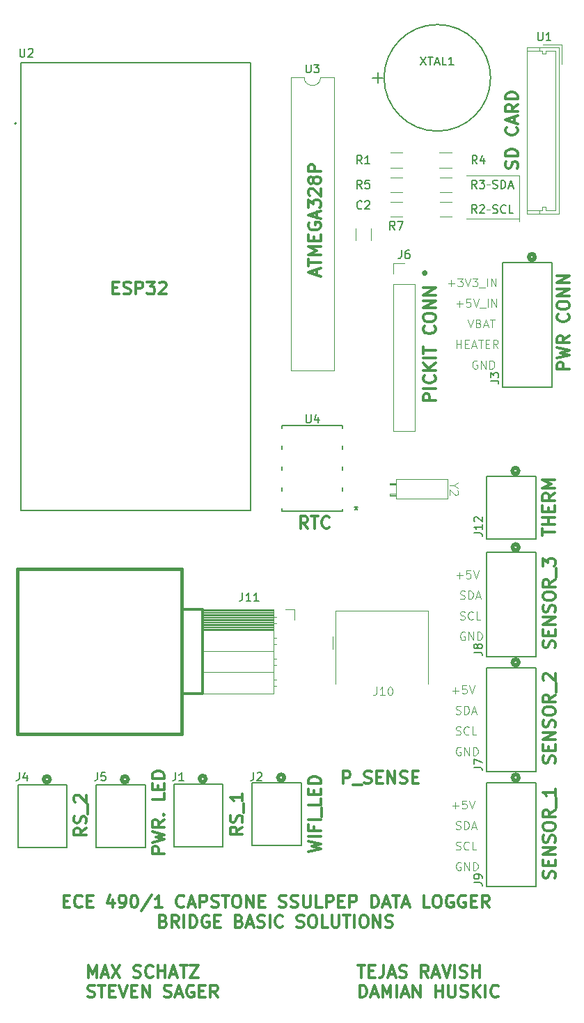
<source format=gbr>
%TF.GenerationSoftware,KiCad,Pcbnew,8.0.6*%
%TF.CreationDate,2025-02-14T11:57:35-07:00*%
%TF.ProjectId,Capstone_DataLogger,43617073-746f-46e6-955f-446174614c6f,rev?*%
%TF.SameCoordinates,Original*%
%TF.FileFunction,Legend,Top*%
%TF.FilePolarity,Positive*%
%FSLAX46Y46*%
G04 Gerber Fmt 4.6, Leading zero omitted, Abs format (unit mm)*
G04 Created by KiCad (PCBNEW 8.0.6) date 2025-02-14 11:57:35*
%MOMM*%
%LPD*%
G01*
G04 APERTURE LIST*
%ADD10C,0.100000*%
%ADD11C,0.300000*%
%ADD12C,0.125000*%
%ADD13C,0.150000*%
%ADD14C,0.120000*%
%ADD15C,0.152400*%
%ADD16C,0.508000*%
%ADD17C,0.366228*%
%ADD18C,0.400000*%
%ADD19C,0.127000*%
%ADD20C,0.200000*%
G04 APERTURE END LIST*
D10*
X166000000Y-55380000D02*
X166000000Y-61000000D01*
X161950000Y-56500000D02*
X162450000Y-56500000D01*
X159500000Y-55380000D02*
X166000000Y-55380000D01*
X161950000Y-59500000D02*
X162450000Y-59500000D01*
X166000000Y-60620000D02*
X159500000Y-60620000D01*
D11*
X122810829Y-137800389D02*
X121310829Y-137800389D01*
X121310829Y-137800389D02*
X121310829Y-137228960D01*
X121310829Y-137228960D02*
X121382258Y-137086103D01*
X121382258Y-137086103D02*
X121453686Y-137014674D01*
X121453686Y-137014674D02*
X121596543Y-136943246D01*
X121596543Y-136943246D02*
X121810829Y-136943246D01*
X121810829Y-136943246D02*
X121953686Y-137014674D01*
X121953686Y-137014674D02*
X122025115Y-137086103D01*
X122025115Y-137086103D02*
X122096543Y-137228960D01*
X122096543Y-137228960D02*
X122096543Y-137800389D01*
X121310829Y-136443246D02*
X122810829Y-136086103D01*
X122810829Y-136086103D02*
X121739401Y-135800389D01*
X121739401Y-135800389D02*
X122810829Y-135514674D01*
X122810829Y-135514674D02*
X121310829Y-135157532D01*
X122810829Y-133728960D02*
X122096543Y-134228960D01*
X122810829Y-134586103D02*
X121310829Y-134586103D01*
X121310829Y-134586103D02*
X121310829Y-134014674D01*
X121310829Y-134014674D02*
X121382258Y-133871817D01*
X121382258Y-133871817D02*
X121453686Y-133800388D01*
X121453686Y-133800388D02*
X121596543Y-133728960D01*
X121596543Y-133728960D02*
X121810829Y-133728960D01*
X121810829Y-133728960D02*
X121953686Y-133800388D01*
X121953686Y-133800388D02*
X122025115Y-133871817D01*
X122025115Y-133871817D02*
X122096543Y-134014674D01*
X122096543Y-134014674D02*
X122096543Y-134586103D01*
X122667972Y-133086103D02*
X122739401Y-133014674D01*
X122739401Y-133014674D02*
X122810829Y-133086103D01*
X122810829Y-133086103D02*
X122739401Y-133157531D01*
X122739401Y-133157531D02*
X122667972Y-133086103D01*
X122667972Y-133086103D02*
X122810829Y-133086103D01*
X122810829Y-130514674D02*
X122810829Y-131228960D01*
X122810829Y-131228960D02*
X121310829Y-131228960D01*
X122025115Y-130014674D02*
X122025115Y-129514674D01*
X122810829Y-129300388D02*
X122810829Y-130014674D01*
X122810829Y-130014674D02*
X121310829Y-130014674D01*
X121310829Y-130014674D02*
X121310829Y-129300388D01*
X122810829Y-128657531D02*
X121310829Y-128657531D01*
X121310829Y-128657531D02*
X121310829Y-128300388D01*
X121310829Y-128300388D02*
X121382258Y-128086102D01*
X121382258Y-128086102D02*
X121525115Y-127943245D01*
X121525115Y-127943245D02*
X121667972Y-127871816D01*
X121667972Y-127871816D02*
X121953686Y-127800388D01*
X121953686Y-127800388D02*
X122167972Y-127800388D01*
X122167972Y-127800388D02*
X122453686Y-127871816D01*
X122453686Y-127871816D02*
X122596543Y-127943245D01*
X122596543Y-127943245D02*
X122739401Y-128086102D01*
X122739401Y-128086102D02*
X122810829Y-128300388D01*
X122810829Y-128300388D02*
X122810829Y-128657531D01*
X168800828Y-99159774D02*
X168800828Y-98302632D01*
X170300828Y-98731203D02*
X168800828Y-98731203D01*
X170300828Y-97802632D02*
X168800828Y-97802632D01*
X169515114Y-97802632D02*
X169515114Y-96945489D01*
X170300828Y-96945489D02*
X168800828Y-96945489D01*
X169515114Y-96231203D02*
X169515114Y-95731203D01*
X170300828Y-95516917D02*
X170300828Y-96231203D01*
X170300828Y-96231203D02*
X168800828Y-96231203D01*
X168800828Y-96231203D02*
X168800828Y-95516917D01*
X170300828Y-94016917D02*
X169586542Y-94516917D01*
X170300828Y-94874060D02*
X168800828Y-94874060D01*
X168800828Y-94874060D02*
X168800828Y-94302631D01*
X168800828Y-94302631D02*
X168872257Y-94159774D01*
X168872257Y-94159774D02*
X168943685Y-94088345D01*
X168943685Y-94088345D02*
X169086542Y-94016917D01*
X169086542Y-94016917D02*
X169300828Y-94016917D01*
X169300828Y-94016917D02*
X169443685Y-94088345D01*
X169443685Y-94088345D02*
X169515114Y-94159774D01*
X169515114Y-94159774D02*
X169586542Y-94302631D01*
X169586542Y-94302631D02*
X169586542Y-94874060D01*
X170300828Y-93374060D02*
X168800828Y-93374060D01*
X168800828Y-93374060D02*
X169872257Y-92874060D01*
X169872257Y-92874060D02*
X168800828Y-92374060D01*
X168800828Y-92374060D02*
X170300828Y-92374060D01*
D12*
X158272712Y-137323500D02*
X158415569Y-137371119D01*
X158415569Y-137371119D02*
X158653664Y-137371119D01*
X158653664Y-137371119D02*
X158748902Y-137323500D01*
X158748902Y-137323500D02*
X158796521Y-137275880D01*
X158796521Y-137275880D02*
X158844140Y-137180642D01*
X158844140Y-137180642D02*
X158844140Y-137085404D01*
X158844140Y-137085404D02*
X158796521Y-136990166D01*
X158796521Y-136990166D02*
X158748902Y-136942547D01*
X158748902Y-136942547D02*
X158653664Y-136894928D01*
X158653664Y-136894928D02*
X158463188Y-136847309D01*
X158463188Y-136847309D02*
X158367950Y-136799690D01*
X158367950Y-136799690D02*
X158320331Y-136752071D01*
X158320331Y-136752071D02*
X158272712Y-136656833D01*
X158272712Y-136656833D02*
X158272712Y-136561595D01*
X158272712Y-136561595D02*
X158320331Y-136466357D01*
X158320331Y-136466357D02*
X158367950Y-136418738D01*
X158367950Y-136418738D02*
X158463188Y-136371119D01*
X158463188Y-136371119D02*
X158701283Y-136371119D01*
X158701283Y-136371119D02*
X158844140Y-136418738D01*
X159844140Y-137275880D02*
X159796521Y-137323500D01*
X159796521Y-137323500D02*
X159653664Y-137371119D01*
X159653664Y-137371119D02*
X159558426Y-137371119D01*
X159558426Y-137371119D02*
X159415569Y-137323500D01*
X159415569Y-137323500D02*
X159320331Y-137228261D01*
X159320331Y-137228261D02*
X159272712Y-137133023D01*
X159272712Y-137133023D02*
X159225093Y-136942547D01*
X159225093Y-136942547D02*
X159225093Y-136799690D01*
X159225093Y-136799690D02*
X159272712Y-136609214D01*
X159272712Y-136609214D02*
X159320331Y-136513976D01*
X159320331Y-136513976D02*
X159415569Y-136418738D01*
X159415569Y-136418738D02*
X159558426Y-136371119D01*
X159558426Y-136371119D02*
X159653664Y-136371119D01*
X159653664Y-136371119D02*
X159796521Y-136418738D01*
X159796521Y-136418738D02*
X159844140Y-136466357D01*
X160748902Y-137371119D02*
X160272712Y-137371119D01*
X160272712Y-137371119D02*
X160272712Y-136371119D01*
D11*
X170259201Y-112800317D02*
X170330629Y-112586032D01*
X170330629Y-112586032D02*
X170330629Y-112228889D01*
X170330629Y-112228889D02*
X170259201Y-112086032D01*
X170259201Y-112086032D02*
X170187772Y-112014603D01*
X170187772Y-112014603D02*
X170044915Y-111943174D01*
X170044915Y-111943174D02*
X169902058Y-111943174D01*
X169902058Y-111943174D02*
X169759201Y-112014603D01*
X169759201Y-112014603D02*
X169687772Y-112086032D01*
X169687772Y-112086032D02*
X169616343Y-112228889D01*
X169616343Y-112228889D02*
X169544915Y-112514603D01*
X169544915Y-112514603D02*
X169473486Y-112657460D01*
X169473486Y-112657460D02*
X169402058Y-112728889D01*
X169402058Y-112728889D02*
X169259201Y-112800317D01*
X169259201Y-112800317D02*
X169116343Y-112800317D01*
X169116343Y-112800317D02*
X168973486Y-112728889D01*
X168973486Y-112728889D02*
X168902058Y-112657460D01*
X168902058Y-112657460D02*
X168830629Y-112514603D01*
X168830629Y-112514603D02*
X168830629Y-112157460D01*
X168830629Y-112157460D02*
X168902058Y-111943174D01*
X169544915Y-111300318D02*
X169544915Y-110800318D01*
X170330629Y-110586032D02*
X170330629Y-111300318D01*
X170330629Y-111300318D02*
X168830629Y-111300318D01*
X168830629Y-111300318D02*
X168830629Y-110586032D01*
X170330629Y-109943175D02*
X168830629Y-109943175D01*
X168830629Y-109943175D02*
X170330629Y-109086032D01*
X170330629Y-109086032D02*
X168830629Y-109086032D01*
X170259201Y-108443174D02*
X170330629Y-108228889D01*
X170330629Y-108228889D02*
X170330629Y-107871746D01*
X170330629Y-107871746D02*
X170259201Y-107728889D01*
X170259201Y-107728889D02*
X170187772Y-107657460D01*
X170187772Y-107657460D02*
X170044915Y-107586031D01*
X170044915Y-107586031D02*
X169902058Y-107586031D01*
X169902058Y-107586031D02*
X169759201Y-107657460D01*
X169759201Y-107657460D02*
X169687772Y-107728889D01*
X169687772Y-107728889D02*
X169616343Y-107871746D01*
X169616343Y-107871746D02*
X169544915Y-108157460D01*
X169544915Y-108157460D02*
X169473486Y-108300317D01*
X169473486Y-108300317D02*
X169402058Y-108371746D01*
X169402058Y-108371746D02*
X169259201Y-108443174D01*
X169259201Y-108443174D02*
X169116343Y-108443174D01*
X169116343Y-108443174D02*
X168973486Y-108371746D01*
X168973486Y-108371746D02*
X168902058Y-108300317D01*
X168902058Y-108300317D02*
X168830629Y-108157460D01*
X168830629Y-108157460D02*
X168830629Y-107800317D01*
X168830629Y-107800317D02*
X168902058Y-107586031D01*
X168830629Y-106657460D02*
X168830629Y-106371746D01*
X168830629Y-106371746D02*
X168902058Y-106228889D01*
X168902058Y-106228889D02*
X169044915Y-106086032D01*
X169044915Y-106086032D02*
X169330629Y-106014603D01*
X169330629Y-106014603D02*
X169830629Y-106014603D01*
X169830629Y-106014603D02*
X170116343Y-106086032D01*
X170116343Y-106086032D02*
X170259201Y-106228889D01*
X170259201Y-106228889D02*
X170330629Y-106371746D01*
X170330629Y-106371746D02*
X170330629Y-106657460D01*
X170330629Y-106657460D02*
X170259201Y-106800318D01*
X170259201Y-106800318D02*
X170116343Y-106943175D01*
X170116343Y-106943175D02*
X169830629Y-107014603D01*
X169830629Y-107014603D02*
X169330629Y-107014603D01*
X169330629Y-107014603D02*
X169044915Y-106943175D01*
X169044915Y-106943175D02*
X168902058Y-106800318D01*
X168902058Y-106800318D02*
X168830629Y-106657460D01*
X170330629Y-104514603D02*
X169616343Y-105014603D01*
X170330629Y-105371746D02*
X168830629Y-105371746D01*
X168830629Y-105371746D02*
X168830629Y-104800317D01*
X168830629Y-104800317D02*
X168902058Y-104657460D01*
X168902058Y-104657460D02*
X168973486Y-104586031D01*
X168973486Y-104586031D02*
X169116343Y-104514603D01*
X169116343Y-104514603D02*
X169330629Y-104514603D01*
X169330629Y-104514603D02*
X169473486Y-104586031D01*
X169473486Y-104586031D02*
X169544915Y-104657460D01*
X169544915Y-104657460D02*
X169616343Y-104800317D01*
X169616343Y-104800317D02*
X169616343Y-105371746D01*
X170473486Y-104228889D02*
X170473486Y-103086031D01*
X168830629Y-102871746D02*
X168830629Y-101943174D01*
X168830629Y-101943174D02*
X169402058Y-102443174D01*
X169402058Y-102443174D02*
X169402058Y-102228889D01*
X169402058Y-102228889D02*
X169473486Y-102086032D01*
X169473486Y-102086032D02*
X169544915Y-102014603D01*
X169544915Y-102014603D02*
X169687772Y-101943174D01*
X169687772Y-101943174D02*
X170044915Y-101943174D01*
X170044915Y-101943174D02*
X170187772Y-102014603D01*
X170187772Y-102014603D02*
X170259201Y-102086032D01*
X170259201Y-102086032D02*
X170330629Y-102228889D01*
X170330629Y-102228889D02*
X170330629Y-102657460D01*
X170330629Y-102657460D02*
X170259201Y-102800317D01*
X170259201Y-102800317D02*
X170187772Y-102871746D01*
X146340225Y-151385912D02*
X147197368Y-151385912D01*
X146768796Y-152885912D02*
X146768796Y-151385912D01*
X147697367Y-152100198D02*
X148197367Y-152100198D01*
X148411653Y-152885912D02*
X147697367Y-152885912D01*
X147697367Y-152885912D02*
X147697367Y-151385912D01*
X147697367Y-151385912D02*
X148411653Y-151385912D01*
X149483082Y-151385912D02*
X149483082Y-152457341D01*
X149483082Y-152457341D02*
X149411653Y-152671626D01*
X149411653Y-152671626D02*
X149268796Y-152814484D01*
X149268796Y-152814484D02*
X149054510Y-152885912D01*
X149054510Y-152885912D02*
X148911653Y-152885912D01*
X150125939Y-152457341D02*
X150840225Y-152457341D01*
X149983082Y-152885912D02*
X150483082Y-151385912D01*
X150483082Y-151385912D02*
X150983082Y-152885912D01*
X151411653Y-152814484D02*
X151625939Y-152885912D01*
X151625939Y-152885912D02*
X151983081Y-152885912D01*
X151983081Y-152885912D02*
X152125939Y-152814484D01*
X152125939Y-152814484D02*
X152197367Y-152743055D01*
X152197367Y-152743055D02*
X152268796Y-152600198D01*
X152268796Y-152600198D02*
X152268796Y-152457341D01*
X152268796Y-152457341D02*
X152197367Y-152314484D01*
X152197367Y-152314484D02*
X152125939Y-152243055D01*
X152125939Y-152243055D02*
X151983081Y-152171626D01*
X151983081Y-152171626D02*
X151697367Y-152100198D01*
X151697367Y-152100198D02*
X151554510Y-152028769D01*
X151554510Y-152028769D02*
X151483081Y-151957341D01*
X151483081Y-151957341D02*
X151411653Y-151814484D01*
X151411653Y-151814484D02*
X151411653Y-151671626D01*
X151411653Y-151671626D02*
X151483081Y-151528769D01*
X151483081Y-151528769D02*
X151554510Y-151457341D01*
X151554510Y-151457341D02*
X151697367Y-151385912D01*
X151697367Y-151385912D02*
X152054510Y-151385912D01*
X152054510Y-151385912D02*
X152268796Y-151457341D01*
X154911652Y-152885912D02*
X154411652Y-152171626D01*
X154054509Y-152885912D02*
X154054509Y-151385912D01*
X154054509Y-151385912D02*
X154625938Y-151385912D01*
X154625938Y-151385912D02*
X154768795Y-151457341D01*
X154768795Y-151457341D02*
X154840224Y-151528769D01*
X154840224Y-151528769D02*
X154911652Y-151671626D01*
X154911652Y-151671626D02*
X154911652Y-151885912D01*
X154911652Y-151885912D02*
X154840224Y-152028769D01*
X154840224Y-152028769D02*
X154768795Y-152100198D01*
X154768795Y-152100198D02*
X154625938Y-152171626D01*
X154625938Y-152171626D02*
X154054509Y-152171626D01*
X155483081Y-152457341D02*
X156197367Y-152457341D01*
X155340224Y-152885912D02*
X155840224Y-151385912D01*
X155840224Y-151385912D02*
X156340224Y-152885912D01*
X156625938Y-151385912D02*
X157125938Y-152885912D01*
X157125938Y-152885912D02*
X157625938Y-151385912D01*
X158125937Y-152885912D02*
X158125937Y-151385912D01*
X158768795Y-152814484D02*
X158983081Y-152885912D01*
X158983081Y-152885912D02*
X159340223Y-152885912D01*
X159340223Y-152885912D02*
X159483081Y-152814484D01*
X159483081Y-152814484D02*
X159554509Y-152743055D01*
X159554509Y-152743055D02*
X159625938Y-152600198D01*
X159625938Y-152600198D02*
X159625938Y-152457341D01*
X159625938Y-152457341D02*
X159554509Y-152314484D01*
X159554509Y-152314484D02*
X159483081Y-152243055D01*
X159483081Y-152243055D02*
X159340223Y-152171626D01*
X159340223Y-152171626D02*
X159054509Y-152100198D01*
X159054509Y-152100198D02*
X158911652Y-152028769D01*
X158911652Y-152028769D02*
X158840223Y-151957341D01*
X158840223Y-151957341D02*
X158768795Y-151814484D01*
X158768795Y-151814484D02*
X158768795Y-151671626D01*
X158768795Y-151671626D02*
X158840223Y-151528769D01*
X158840223Y-151528769D02*
X158911652Y-151457341D01*
X158911652Y-151457341D02*
X159054509Y-151385912D01*
X159054509Y-151385912D02*
X159411652Y-151385912D01*
X159411652Y-151385912D02*
X159625938Y-151457341D01*
X160268794Y-152885912D02*
X160268794Y-151385912D01*
X160268794Y-152100198D02*
X161125937Y-152100198D01*
X161125937Y-152885912D02*
X161125937Y-151385912D01*
X146554510Y-155300828D02*
X146554510Y-153800828D01*
X146554510Y-153800828D02*
X146911653Y-153800828D01*
X146911653Y-153800828D02*
X147125939Y-153872257D01*
X147125939Y-153872257D02*
X147268796Y-154015114D01*
X147268796Y-154015114D02*
X147340225Y-154157971D01*
X147340225Y-154157971D02*
X147411653Y-154443685D01*
X147411653Y-154443685D02*
X147411653Y-154657971D01*
X147411653Y-154657971D02*
X147340225Y-154943685D01*
X147340225Y-154943685D02*
X147268796Y-155086542D01*
X147268796Y-155086542D02*
X147125939Y-155229400D01*
X147125939Y-155229400D02*
X146911653Y-155300828D01*
X146911653Y-155300828D02*
X146554510Y-155300828D01*
X147983082Y-154872257D02*
X148697368Y-154872257D01*
X147840225Y-155300828D02*
X148340225Y-153800828D01*
X148340225Y-153800828D02*
X148840225Y-155300828D01*
X149340224Y-155300828D02*
X149340224Y-153800828D01*
X149340224Y-153800828D02*
X149840224Y-154872257D01*
X149840224Y-154872257D02*
X150340224Y-153800828D01*
X150340224Y-153800828D02*
X150340224Y-155300828D01*
X151054510Y-155300828D02*
X151054510Y-153800828D01*
X151697368Y-154872257D02*
X152411654Y-154872257D01*
X151554511Y-155300828D02*
X152054511Y-153800828D01*
X152054511Y-153800828D02*
X152554511Y-155300828D01*
X153054510Y-155300828D02*
X153054510Y-153800828D01*
X153054510Y-153800828D02*
X153911653Y-155300828D01*
X153911653Y-155300828D02*
X153911653Y-153800828D01*
X155768796Y-155300828D02*
X155768796Y-153800828D01*
X155768796Y-154515114D02*
X156625939Y-154515114D01*
X156625939Y-155300828D02*
X156625939Y-153800828D01*
X157340225Y-153800828D02*
X157340225Y-155015114D01*
X157340225Y-155015114D02*
X157411654Y-155157971D01*
X157411654Y-155157971D02*
X157483083Y-155229400D01*
X157483083Y-155229400D02*
X157625940Y-155300828D01*
X157625940Y-155300828D02*
X157911654Y-155300828D01*
X157911654Y-155300828D02*
X158054511Y-155229400D01*
X158054511Y-155229400D02*
X158125940Y-155157971D01*
X158125940Y-155157971D02*
X158197368Y-155015114D01*
X158197368Y-155015114D02*
X158197368Y-153800828D01*
X158840226Y-155229400D02*
X159054512Y-155300828D01*
X159054512Y-155300828D02*
X159411654Y-155300828D01*
X159411654Y-155300828D02*
X159554512Y-155229400D01*
X159554512Y-155229400D02*
X159625940Y-155157971D01*
X159625940Y-155157971D02*
X159697369Y-155015114D01*
X159697369Y-155015114D02*
X159697369Y-154872257D01*
X159697369Y-154872257D02*
X159625940Y-154729400D01*
X159625940Y-154729400D02*
X159554512Y-154657971D01*
X159554512Y-154657971D02*
X159411654Y-154586542D01*
X159411654Y-154586542D02*
X159125940Y-154515114D01*
X159125940Y-154515114D02*
X158983083Y-154443685D01*
X158983083Y-154443685D02*
X158911654Y-154372257D01*
X158911654Y-154372257D02*
X158840226Y-154229400D01*
X158840226Y-154229400D02*
X158840226Y-154086542D01*
X158840226Y-154086542D02*
X158911654Y-153943685D01*
X158911654Y-153943685D02*
X158983083Y-153872257D01*
X158983083Y-153872257D02*
X159125940Y-153800828D01*
X159125940Y-153800828D02*
X159483083Y-153800828D01*
X159483083Y-153800828D02*
X159697369Y-153872257D01*
X160340225Y-155300828D02*
X160340225Y-153800828D01*
X161197368Y-155300828D02*
X160554511Y-154443685D01*
X161197368Y-153800828D02*
X160340225Y-154657971D01*
X161840225Y-155300828D02*
X161840225Y-153800828D01*
X163411654Y-155157971D02*
X163340226Y-155229400D01*
X163340226Y-155229400D02*
X163125940Y-155300828D01*
X163125940Y-155300828D02*
X162983083Y-155300828D01*
X162983083Y-155300828D02*
X162768797Y-155229400D01*
X162768797Y-155229400D02*
X162625940Y-155086542D01*
X162625940Y-155086542D02*
X162554511Y-154943685D01*
X162554511Y-154943685D02*
X162483083Y-154657971D01*
X162483083Y-154657971D02*
X162483083Y-154443685D01*
X162483083Y-154443685D02*
X162554511Y-154157971D01*
X162554511Y-154157971D02*
X162625940Y-154015114D01*
X162625940Y-154015114D02*
X162768797Y-153872257D01*
X162768797Y-153872257D02*
X162983083Y-153800828D01*
X162983083Y-153800828D02*
X163125940Y-153800828D01*
X163125940Y-153800828D02*
X163340226Y-153872257D01*
X163340226Y-153872257D02*
X163411654Y-153943685D01*
X110554510Y-143600198D02*
X111054510Y-143600198D01*
X111268796Y-144385912D02*
X110554510Y-144385912D01*
X110554510Y-144385912D02*
X110554510Y-142885912D01*
X110554510Y-142885912D02*
X111268796Y-142885912D01*
X112768796Y-144243055D02*
X112697368Y-144314484D01*
X112697368Y-144314484D02*
X112483082Y-144385912D01*
X112483082Y-144385912D02*
X112340225Y-144385912D01*
X112340225Y-144385912D02*
X112125939Y-144314484D01*
X112125939Y-144314484D02*
X111983082Y-144171626D01*
X111983082Y-144171626D02*
X111911653Y-144028769D01*
X111911653Y-144028769D02*
X111840225Y-143743055D01*
X111840225Y-143743055D02*
X111840225Y-143528769D01*
X111840225Y-143528769D02*
X111911653Y-143243055D01*
X111911653Y-143243055D02*
X111983082Y-143100198D01*
X111983082Y-143100198D02*
X112125939Y-142957341D01*
X112125939Y-142957341D02*
X112340225Y-142885912D01*
X112340225Y-142885912D02*
X112483082Y-142885912D01*
X112483082Y-142885912D02*
X112697368Y-142957341D01*
X112697368Y-142957341D02*
X112768796Y-143028769D01*
X113411653Y-143600198D02*
X113911653Y-143600198D01*
X114125939Y-144385912D02*
X113411653Y-144385912D01*
X113411653Y-144385912D02*
X113411653Y-142885912D01*
X113411653Y-142885912D02*
X114125939Y-142885912D01*
X116554511Y-143385912D02*
X116554511Y-144385912D01*
X116197368Y-142814484D02*
X115840225Y-143885912D01*
X115840225Y-143885912D02*
X116768796Y-143885912D01*
X117411653Y-144385912D02*
X117697367Y-144385912D01*
X117697367Y-144385912D02*
X117840224Y-144314484D01*
X117840224Y-144314484D02*
X117911653Y-144243055D01*
X117911653Y-144243055D02*
X118054510Y-144028769D01*
X118054510Y-144028769D02*
X118125939Y-143743055D01*
X118125939Y-143743055D02*
X118125939Y-143171626D01*
X118125939Y-143171626D02*
X118054510Y-143028769D01*
X118054510Y-143028769D02*
X117983082Y-142957341D01*
X117983082Y-142957341D02*
X117840224Y-142885912D01*
X117840224Y-142885912D02*
X117554510Y-142885912D01*
X117554510Y-142885912D02*
X117411653Y-142957341D01*
X117411653Y-142957341D02*
X117340224Y-143028769D01*
X117340224Y-143028769D02*
X117268796Y-143171626D01*
X117268796Y-143171626D02*
X117268796Y-143528769D01*
X117268796Y-143528769D02*
X117340224Y-143671626D01*
X117340224Y-143671626D02*
X117411653Y-143743055D01*
X117411653Y-143743055D02*
X117554510Y-143814484D01*
X117554510Y-143814484D02*
X117840224Y-143814484D01*
X117840224Y-143814484D02*
X117983082Y-143743055D01*
X117983082Y-143743055D02*
X118054510Y-143671626D01*
X118054510Y-143671626D02*
X118125939Y-143528769D01*
X119054510Y-142885912D02*
X119197367Y-142885912D01*
X119197367Y-142885912D02*
X119340224Y-142957341D01*
X119340224Y-142957341D02*
X119411653Y-143028769D01*
X119411653Y-143028769D02*
X119483081Y-143171626D01*
X119483081Y-143171626D02*
X119554510Y-143457341D01*
X119554510Y-143457341D02*
X119554510Y-143814484D01*
X119554510Y-143814484D02*
X119483081Y-144100198D01*
X119483081Y-144100198D02*
X119411653Y-144243055D01*
X119411653Y-144243055D02*
X119340224Y-144314484D01*
X119340224Y-144314484D02*
X119197367Y-144385912D01*
X119197367Y-144385912D02*
X119054510Y-144385912D01*
X119054510Y-144385912D02*
X118911653Y-144314484D01*
X118911653Y-144314484D02*
X118840224Y-144243055D01*
X118840224Y-144243055D02*
X118768795Y-144100198D01*
X118768795Y-144100198D02*
X118697367Y-143814484D01*
X118697367Y-143814484D02*
X118697367Y-143457341D01*
X118697367Y-143457341D02*
X118768795Y-143171626D01*
X118768795Y-143171626D02*
X118840224Y-143028769D01*
X118840224Y-143028769D02*
X118911653Y-142957341D01*
X118911653Y-142957341D02*
X119054510Y-142885912D01*
X121268795Y-142814484D02*
X119983081Y-144743055D01*
X122554510Y-144385912D02*
X121697367Y-144385912D01*
X122125938Y-144385912D02*
X122125938Y-142885912D01*
X122125938Y-142885912D02*
X121983081Y-143100198D01*
X121983081Y-143100198D02*
X121840224Y-143243055D01*
X121840224Y-143243055D02*
X121697367Y-143314484D01*
X125197366Y-144243055D02*
X125125938Y-144314484D01*
X125125938Y-144314484D02*
X124911652Y-144385912D01*
X124911652Y-144385912D02*
X124768795Y-144385912D01*
X124768795Y-144385912D02*
X124554509Y-144314484D01*
X124554509Y-144314484D02*
X124411652Y-144171626D01*
X124411652Y-144171626D02*
X124340223Y-144028769D01*
X124340223Y-144028769D02*
X124268795Y-143743055D01*
X124268795Y-143743055D02*
X124268795Y-143528769D01*
X124268795Y-143528769D02*
X124340223Y-143243055D01*
X124340223Y-143243055D02*
X124411652Y-143100198D01*
X124411652Y-143100198D02*
X124554509Y-142957341D01*
X124554509Y-142957341D02*
X124768795Y-142885912D01*
X124768795Y-142885912D02*
X124911652Y-142885912D01*
X124911652Y-142885912D02*
X125125938Y-142957341D01*
X125125938Y-142957341D02*
X125197366Y-143028769D01*
X125768795Y-143957341D02*
X126483081Y-143957341D01*
X125625938Y-144385912D02*
X126125938Y-142885912D01*
X126125938Y-142885912D02*
X126625938Y-144385912D01*
X127125937Y-144385912D02*
X127125937Y-142885912D01*
X127125937Y-142885912D02*
X127697366Y-142885912D01*
X127697366Y-142885912D02*
X127840223Y-142957341D01*
X127840223Y-142957341D02*
X127911652Y-143028769D01*
X127911652Y-143028769D02*
X127983080Y-143171626D01*
X127983080Y-143171626D02*
X127983080Y-143385912D01*
X127983080Y-143385912D02*
X127911652Y-143528769D01*
X127911652Y-143528769D02*
X127840223Y-143600198D01*
X127840223Y-143600198D02*
X127697366Y-143671626D01*
X127697366Y-143671626D02*
X127125937Y-143671626D01*
X128554509Y-144314484D02*
X128768795Y-144385912D01*
X128768795Y-144385912D02*
X129125937Y-144385912D01*
X129125937Y-144385912D02*
X129268795Y-144314484D01*
X129268795Y-144314484D02*
X129340223Y-144243055D01*
X129340223Y-144243055D02*
X129411652Y-144100198D01*
X129411652Y-144100198D02*
X129411652Y-143957341D01*
X129411652Y-143957341D02*
X129340223Y-143814484D01*
X129340223Y-143814484D02*
X129268795Y-143743055D01*
X129268795Y-143743055D02*
X129125937Y-143671626D01*
X129125937Y-143671626D02*
X128840223Y-143600198D01*
X128840223Y-143600198D02*
X128697366Y-143528769D01*
X128697366Y-143528769D02*
X128625937Y-143457341D01*
X128625937Y-143457341D02*
X128554509Y-143314484D01*
X128554509Y-143314484D02*
X128554509Y-143171626D01*
X128554509Y-143171626D02*
X128625937Y-143028769D01*
X128625937Y-143028769D02*
X128697366Y-142957341D01*
X128697366Y-142957341D02*
X128840223Y-142885912D01*
X128840223Y-142885912D02*
X129197366Y-142885912D01*
X129197366Y-142885912D02*
X129411652Y-142957341D01*
X129840223Y-142885912D02*
X130697366Y-142885912D01*
X130268794Y-144385912D02*
X130268794Y-142885912D01*
X131483080Y-142885912D02*
X131768794Y-142885912D01*
X131768794Y-142885912D02*
X131911651Y-142957341D01*
X131911651Y-142957341D02*
X132054508Y-143100198D01*
X132054508Y-143100198D02*
X132125937Y-143385912D01*
X132125937Y-143385912D02*
X132125937Y-143885912D01*
X132125937Y-143885912D02*
X132054508Y-144171626D01*
X132054508Y-144171626D02*
X131911651Y-144314484D01*
X131911651Y-144314484D02*
X131768794Y-144385912D01*
X131768794Y-144385912D02*
X131483080Y-144385912D01*
X131483080Y-144385912D02*
X131340223Y-144314484D01*
X131340223Y-144314484D02*
X131197365Y-144171626D01*
X131197365Y-144171626D02*
X131125937Y-143885912D01*
X131125937Y-143885912D02*
X131125937Y-143385912D01*
X131125937Y-143385912D02*
X131197365Y-143100198D01*
X131197365Y-143100198D02*
X131340223Y-142957341D01*
X131340223Y-142957341D02*
X131483080Y-142885912D01*
X132768794Y-144385912D02*
X132768794Y-142885912D01*
X132768794Y-142885912D02*
X133625937Y-144385912D01*
X133625937Y-144385912D02*
X133625937Y-142885912D01*
X134340223Y-143600198D02*
X134840223Y-143600198D01*
X135054509Y-144385912D02*
X134340223Y-144385912D01*
X134340223Y-144385912D02*
X134340223Y-142885912D01*
X134340223Y-142885912D02*
X135054509Y-142885912D01*
X136768795Y-144314484D02*
X136983081Y-144385912D01*
X136983081Y-144385912D02*
X137340223Y-144385912D01*
X137340223Y-144385912D02*
X137483081Y-144314484D01*
X137483081Y-144314484D02*
X137554509Y-144243055D01*
X137554509Y-144243055D02*
X137625938Y-144100198D01*
X137625938Y-144100198D02*
X137625938Y-143957341D01*
X137625938Y-143957341D02*
X137554509Y-143814484D01*
X137554509Y-143814484D02*
X137483081Y-143743055D01*
X137483081Y-143743055D02*
X137340223Y-143671626D01*
X137340223Y-143671626D02*
X137054509Y-143600198D01*
X137054509Y-143600198D02*
X136911652Y-143528769D01*
X136911652Y-143528769D02*
X136840223Y-143457341D01*
X136840223Y-143457341D02*
X136768795Y-143314484D01*
X136768795Y-143314484D02*
X136768795Y-143171626D01*
X136768795Y-143171626D02*
X136840223Y-143028769D01*
X136840223Y-143028769D02*
X136911652Y-142957341D01*
X136911652Y-142957341D02*
X137054509Y-142885912D01*
X137054509Y-142885912D02*
X137411652Y-142885912D01*
X137411652Y-142885912D02*
X137625938Y-142957341D01*
X138197366Y-144314484D02*
X138411652Y-144385912D01*
X138411652Y-144385912D02*
X138768794Y-144385912D01*
X138768794Y-144385912D02*
X138911652Y-144314484D01*
X138911652Y-144314484D02*
X138983080Y-144243055D01*
X138983080Y-144243055D02*
X139054509Y-144100198D01*
X139054509Y-144100198D02*
X139054509Y-143957341D01*
X139054509Y-143957341D02*
X138983080Y-143814484D01*
X138983080Y-143814484D02*
X138911652Y-143743055D01*
X138911652Y-143743055D02*
X138768794Y-143671626D01*
X138768794Y-143671626D02*
X138483080Y-143600198D01*
X138483080Y-143600198D02*
X138340223Y-143528769D01*
X138340223Y-143528769D02*
X138268794Y-143457341D01*
X138268794Y-143457341D02*
X138197366Y-143314484D01*
X138197366Y-143314484D02*
X138197366Y-143171626D01*
X138197366Y-143171626D02*
X138268794Y-143028769D01*
X138268794Y-143028769D02*
X138340223Y-142957341D01*
X138340223Y-142957341D02*
X138483080Y-142885912D01*
X138483080Y-142885912D02*
X138840223Y-142885912D01*
X138840223Y-142885912D02*
X139054509Y-142957341D01*
X139697365Y-142885912D02*
X139697365Y-144100198D01*
X139697365Y-144100198D02*
X139768794Y-144243055D01*
X139768794Y-144243055D02*
X139840223Y-144314484D01*
X139840223Y-144314484D02*
X139983080Y-144385912D01*
X139983080Y-144385912D02*
X140268794Y-144385912D01*
X140268794Y-144385912D02*
X140411651Y-144314484D01*
X140411651Y-144314484D02*
X140483080Y-144243055D01*
X140483080Y-144243055D02*
X140554508Y-144100198D01*
X140554508Y-144100198D02*
X140554508Y-142885912D01*
X141983080Y-144385912D02*
X141268794Y-144385912D01*
X141268794Y-144385912D02*
X141268794Y-142885912D01*
X142483080Y-144385912D02*
X142483080Y-142885912D01*
X142483080Y-142885912D02*
X143054509Y-142885912D01*
X143054509Y-142885912D02*
X143197366Y-142957341D01*
X143197366Y-142957341D02*
X143268795Y-143028769D01*
X143268795Y-143028769D02*
X143340223Y-143171626D01*
X143340223Y-143171626D02*
X143340223Y-143385912D01*
X143340223Y-143385912D02*
X143268795Y-143528769D01*
X143268795Y-143528769D02*
X143197366Y-143600198D01*
X143197366Y-143600198D02*
X143054509Y-143671626D01*
X143054509Y-143671626D02*
X142483080Y-143671626D01*
X143983080Y-143600198D02*
X144483080Y-143600198D01*
X144697366Y-144385912D02*
X143983080Y-144385912D01*
X143983080Y-144385912D02*
X143983080Y-142885912D01*
X143983080Y-142885912D02*
X144697366Y-142885912D01*
X145340223Y-144385912D02*
X145340223Y-142885912D01*
X145340223Y-142885912D02*
X145911652Y-142885912D01*
X145911652Y-142885912D02*
X146054509Y-142957341D01*
X146054509Y-142957341D02*
X146125938Y-143028769D01*
X146125938Y-143028769D02*
X146197366Y-143171626D01*
X146197366Y-143171626D02*
X146197366Y-143385912D01*
X146197366Y-143385912D02*
X146125938Y-143528769D01*
X146125938Y-143528769D02*
X146054509Y-143600198D01*
X146054509Y-143600198D02*
X145911652Y-143671626D01*
X145911652Y-143671626D02*
X145340223Y-143671626D01*
X147983080Y-144385912D02*
X147983080Y-142885912D01*
X147983080Y-142885912D02*
X148340223Y-142885912D01*
X148340223Y-142885912D02*
X148554509Y-142957341D01*
X148554509Y-142957341D02*
X148697366Y-143100198D01*
X148697366Y-143100198D02*
X148768795Y-143243055D01*
X148768795Y-143243055D02*
X148840223Y-143528769D01*
X148840223Y-143528769D02*
X148840223Y-143743055D01*
X148840223Y-143743055D02*
X148768795Y-144028769D01*
X148768795Y-144028769D02*
X148697366Y-144171626D01*
X148697366Y-144171626D02*
X148554509Y-144314484D01*
X148554509Y-144314484D02*
X148340223Y-144385912D01*
X148340223Y-144385912D02*
X147983080Y-144385912D01*
X149411652Y-143957341D02*
X150125938Y-143957341D01*
X149268795Y-144385912D02*
X149768795Y-142885912D01*
X149768795Y-142885912D02*
X150268795Y-144385912D01*
X150554509Y-142885912D02*
X151411652Y-142885912D01*
X150983080Y-144385912D02*
X150983080Y-142885912D01*
X151840223Y-143957341D02*
X152554509Y-143957341D01*
X151697366Y-144385912D02*
X152197366Y-142885912D01*
X152197366Y-142885912D02*
X152697366Y-144385912D01*
X155054508Y-144385912D02*
X154340222Y-144385912D01*
X154340222Y-144385912D02*
X154340222Y-142885912D01*
X155840223Y-142885912D02*
X156125937Y-142885912D01*
X156125937Y-142885912D02*
X156268794Y-142957341D01*
X156268794Y-142957341D02*
X156411651Y-143100198D01*
X156411651Y-143100198D02*
X156483080Y-143385912D01*
X156483080Y-143385912D02*
X156483080Y-143885912D01*
X156483080Y-143885912D02*
X156411651Y-144171626D01*
X156411651Y-144171626D02*
X156268794Y-144314484D01*
X156268794Y-144314484D02*
X156125937Y-144385912D01*
X156125937Y-144385912D02*
X155840223Y-144385912D01*
X155840223Y-144385912D02*
X155697366Y-144314484D01*
X155697366Y-144314484D02*
X155554508Y-144171626D01*
X155554508Y-144171626D02*
X155483080Y-143885912D01*
X155483080Y-143885912D02*
X155483080Y-143385912D01*
X155483080Y-143385912D02*
X155554508Y-143100198D01*
X155554508Y-143100198D02*
X155697366Y-142957341D01*
X155697366Y-142957341D02*
X155840223Y-142885912D01*
X157911652Y-142957341D02*
X157768795Y-142885912D01*
X157768795Y-142885912D02*
X157554509Y-142885912D01*
X157554509Y-142885912D02*
X157340223Y-142957341D01*
X157340223Y-142957341D02*
X157197366Y-143100198D01*
X157197366Y-143100198D02*
X157125937Y-143243055D01*
X157125937Y-143243055D02*
X157054509Y-143528769D01*
X157054509Y-143528769D02*
X157054509Y-143743055D01*
X157054509Y-143743055D02*
X157125937Y-144028769D01*
X157125937Y-144028769D02*
X157197366Y-144171626D01*
X157197366Y-144171626D02*
X157340223Y-144314484D01*
X157340223Y-144314484D02*
X157554509Y-144385912D01*
X157554509Y-144385912D02*
X157697366Y-144385912D01*
X157697366Y-144385912D02*
X157911652Y-144314484D01*
X157911652Y-144314484D02*
X157983080Y-144243055D01*
X157983080Y-144243055D02*
X157983080Y-143743055D01*
X157983080Y-143743055D02*
X157697366Y-143743055D01*
X159411652Y-142957341D02*
X159268795Y-142885912D01*
X159268795Y-142885912D02*
X159054509Y-142885912D01*
X159054509Y-142885912D02*
X158840223Y-142957341D01*
X158840223Y-142957341D02*
X158697366Y-143100198D01*
X158697366Y-143100198D02*
X158625937Y-143243055D01*
X158625937Y-143243055D02*
X158554509Y-143528769D01*
X158554509Y-143528769D02*
X158554509Y-143743055D01*
X158554509Y-143743055D02*
X158625937Y-144028769D01*
X158625937Y-144028769D02*
X158697366Y-144171626D01*
X158697366Y-144171626D02*
X158840223Y-144314484D01*
X158840223Y-144314484D02*
X159054509Y-144385912D01*
X159054509Y-144385912D02*
X159197366Y-144385912D01*
X159197366Y-144385912D02*
X159411652Y-144314484D01*
X159411652Y-144314484D02*
X159483080Y-144243055D01*
X159483080Y-144243055D02*
X159483080Y-143743055D01*
X159483080Y-143743055D02*
X159197366Y-143743055D01*
X160125937Y-143600198D02*
X160625937Y-143600198D01*
X160840223Y-144385912D02*
X160125937Y-144385912D01*
X160125937Y-144385912D02*
X160125937Y-142885912D01*
X160125937Y-142885912D02*
X160840223Y-142885912D01*
X162340223Y-144385912D02*
X161840223Y-143671626D01*
X161483080Y-144385912D02*
X161483080Y-142885912D01*
X161483080Y-142885912D02*
X162054509Y-142885912D01*
X162054509Y-142885912D02*
X162197366Y-142957341D01*
X162197366Y-142957341D02*
X162268795Y-143028769D01*
X162268795Y-143028769D02*
X162340223Y-143171626D01*
X162340223Y-143171626D02*
X162340223Y-143385912D01*
X162340223Y-143385912D02*
X162268795Y-143528769D01*
X162268795Y-143528769D02*
X162197366Y-143600198D01*
X162197366Y-143600198D02*
X162054509Y-143671626D01*
X162054509Y-143671626D02*
X161483080Y-143671626D01*
X122697367Y-146015114D02*
X122911653Y-146086542D01*
X122911653Y-146086542D02*
X122983082Y-146157971D01*
X122983082Y-146157971D02*
X123054510Y-146300828D01*
X123054510Y-146300828D02*
X123054510Y-146515114D01*
X123054510Y-146515114D02*
X122983082Y-146657971D01*
X122983082Y-146657971D02*
X122911653Y-146729400D01*
X122911653Y-146729400D02*
X122768796Y-146800828D01*
X122768796Y-146800828D02*
X122197367Y-146800828D01*
X122197367Y-146800828D02*
X122197367Y-145300828D01*
X122197367Y-145300828D02*
X122697367Y-145300828D01*
X122697367Y-145300828D02*
X122840225Y-145372257D01*
X122840225Y-145372257D02*
X122911653Y-145443685D01*
X122911653Y-145443685D02*
X122983082Y-145586542D01*
X122983082Y-145586542D02*
X122983082Y-145729400D01*
X122983082Y-145729400D02*
X122911653Y-145872257D01*
X122911653Y-145872257D02*
X122840225Y-145943685D01*
X122840225Y-145943685D02*
X122697367Y-146015114D01*
X122697367Y-146015114D02*
X122197367Y-146015114D01*
X124554510Y-146800828D02*
X124054510Y-146086542D01*
X123697367Y-146800828D02*
X123697367Y-145300828D01*
X123697367Y-145300828D02*
X124268796Y-145300828D01*
X124268796Y-145300828D02*
X124411653Y-145372257D01*
X124411653Y-145372257D02*
X124483082Y-145443685D01*
X124483082Y-145443685D02*
X124554510Y-145586542D01*
X124554510Y-145586542D02*
X124554510Y-145800828D01*
X124554510Y-145800828D02*
X124483082Y-145943685D01*
X124483082Y-145943685D02*
X124411653Y-146015114D01*
X124411653Y-146015114D02*
X124268796Y-146086542D01*
X124268796Y-146086542D02*
X123697367Y-146086542D01*
X125197367Y-146800828D02*
X125197367Y-145300828D01*
X125911653Y-146800828D02*
X125911653Y-145300828D01*
X125911653Y-145300828D02*
X126268796Y-145300828D01*
X126268796Y-145300828D02*
X126483082Y-145372257D01*
X126483082Y-145372257D02*
X126625939Y-145515114D01*
X126625939Y-145515114D02*
X126697368Y-145657971D01*
X126697368Y-145657971D02*
X126768796Y-145943685D01*
X126768796Y-145943685D02*
X126768796Y-146157971D01*
X126768796Y-146157971D02*
X126697368Y-146443685D01*
X126697368Y-146443685D02*
X126625939Y-146586542D01*
X126625939Y-146586542D02*
X126483082Y-146729400D01*
X126483082Y-146729400D02*
X126268796Y-146800828D01*
X126268796Y-146800828D02*
X125911653Y-146800828D01*
X128197368Y-145372257D02*
X128054511Y-145300828D01*
X128054511Y-145300828D02*
X127840225Y-145300828D01*
X127840225Y-145300828D02*
X127625939Y-145372257D01*
X127625939Y-145372257D02*
X127483082Y-145515114D01*
X127483082Y-145515114D02*
X127411653Y-145657971D01*
X127411653Y-145657971D02*
X127340225Y-145943685D01*
X127340225Y-145943685D02*
X127340225Y-146157971D01*
X127340225Y-146157971D02*
X127411653Y-146443685D01*
X127411653Y-146443685D02*
X127483082Y-146586542D01*
X127483082Y-146586542D02*
X127625939Y-146729400D01*
X127625939Y-146729400D02*
X127840225Y-146800828D01*
X127840225Y-146800828D02*
X127983082Y-146800828D01*
X127983082Y-146800828D02*
X128197368Y-146729400D01*
X128197368Y-146729400D02*
X128268796Y-146657971D01*
X128268796Y-146657971D02*
X128268796Y-146157971D01*
X128268796Y-146157971D02*
X127983082Y-146157971D01*
X128911653Y-146015114D02*
X129411653Y-146015114D01*
X129625939Y-146800828D02*
X128911653Y-146800828D01*
X128911653Y-146800828D02*
X128911653Y-145300828D01*
X128911653Y-145300828D02*
X129625939Y-145300828D01*
X131911653Y-146015114D02*
X132125939Y-146086542D01*
X132125939Y-146086542D02*
X132197368Y-146157971D01*
X132197368Y-146157971D02*
X132268796Y-146300828D01*
X132268796Y-146300828D02*
X132268796Y-146515114D01*
X132268796Y-146515114D02*
X132197368Y-146657971D01*
X132197368Y-146657971D02*
X132125939Y-146729400D01*
X132125939Y-146729400D02*
X131983082Y-146800828D01*
X131983082Y-146800828D02*
X131411653Y-146800828D01*
X131411653Y-146800828D02*
X131411653Y-145300828D01*
X131411653Y-145300828D02*
X131911653Y-145300828D01*
X131911653Y-145300828D02*
X132054511Y-145372257D01*
X132054511Y-145372257D02*
X132125939Y-145443685D01*
X132125939Y-145443685D02*
X132197368Y-145586542D01*
X132197368Y-145586542D02*
X132197368Y-145729400D01*
X132197368Y-145729400D02*
X132125939Y-145872257D01*
X132125939Y-145872257D02*
X132054511Y-145943685D01*
X132054511Y-145943685D02*
X131911653Y-146015114D01*
X131911653Y-146015114D02*
X131411653Y-146015114D01*
X132840225Y-146372257D02*
X133554511Y-146372257D01*
X132697368Y-146800828D02*
X133197368Y-145300828D01*
X133197368Y-145300828D02*
X133697368Y-146800828D01*
X134125939Y-146729400D02*
X134340225Y-146800828D01*
X134340225Y-146800828D02*
X134697367Y-146800828D01*
X134697367Y-146800828D02*
X134840225Y-146729400D01*
X134840225Y-146729400D02*
X134911653Y-146657971D01*
X134911653Y-146657971D02*
X134983082Y-146515114D01*
X134983082Y-146515114D02*
X134983082Y-146372257D01*
X134983082Y-146372257D02*
X134911653Y-146229400D01*
X134911653Y-146229400D02*
X134840225Y-146157971D01*
X134840225Y-146157971D02*
X134697367Y-146086542D01*
X134697367Y-146086542D02*
X134411653Y-146015114D01*
X134411653Y-146015114D02*
X134268796Y-145943685D01*
X134268796Y-145943685D02*
X134197367Y-145872257D01*
X134197367Y-145872257D02*
X134125939Y-145729400D01*
X134125939Y-145729400D02*
X134125939Y-145586542D01*
X134125939Y-145586542D02*
X134197367Y-145443685D01*
X134197367Y-145443685D02*
X134268796Y-145372257D01*
X134268796Y-145372257D02*
X134411653Y-145300828D01*
X134411653Y-145300828D02*
X134768796Y-145300828D01*
X134768796Y-145300828D02*
X134983082Y-145372257D01*
X135625938Y-146800828D02*
X135625938Y-145300828D01*
X137197367Y-146657971D02*
X137125939Y-146729400D01*
X137125939Y-146729400D02*
X136911653Y-146800828D01*
X136911653Y-146800828D02*
X136768796Y-146800828D01*
X136768796Y-146800828D02*
X136554510Y-146729400D01*
X136554510Y-146729400D02*
X136411653Y-146586542D01*
X136411653Y-146586542D02*
X136340224Y-146443685D01*
X136340224Y-146443685D02*
X136268796Y-146157971D01*
X136268796Y-146157971D02*
X136268796Y-145943685D01*
X136268796Y-145943685D02*
X136340224Y-145657971D01*
X136340224Y-145657971D02*
X136411653Y-145515114D01*
X136411653Y-145515114D02*
X136554510Y-145372257D01*
X136554510Y-145372257D02*
X136768796Y-145300828D01*
X136768796Y-145300828D02*
X136911653Y-145300828D01*
X136911653Y-145300828D02*
X137125939Y-145372257D01*
X137125939Y-145372257D02*
X137197367Y-145443685D01*
X138911653Y-146729400D02*
X139125939Y-146800828D01*
X139125939Y-146800828D02*
X139483081Y-146800828D01*
X139483081Y-146800828D02*
X139625939Y-146729400D01*
X139625939Y-146729400D02*
X139697367Y-146657971D01*
X139697367Y-146657971D02*
X139768796Y-146515114D01*
X139768796Y-146515114D02*
X139768796Y-146372257D01*
X139768796Y-146372257D02*
X139697367Y-146229400D01*
X139697367Y-146229400D02*
X139625939Y-146157971D01*
X139625939Y-146157971D02*
X139483081Y-146086542D01*
X139483081Y-146086542D02*
X139197367Y-146015114D01*
X139197367Y-146015114D02*
X139054510Y-145943685D01*
X139054510Y-145943685D02*
X138983081Y-145872257D01*
X138983081Y-145872257D02*
X138911653Y-145729400D01*
X138911653Y-145729400D02*
X138911653Y-145586542D01*
X138911653Y-145586542D02*
X138983081Y-145443685D01*
X138983081Y-145443685D02*
X139054510Y-145372257D01*
X139054510Y-145372257D02*
X139197367Y-145300828D01*
X139197367Y-145300828D02*
X139554510Y-145300828D01*
X139554510Y-145300828D02*
X139768796Y-145372257D01*
X140697367Y-145300828D02*
X140983081Y-145300828D01*
X140983081Y-145300828D02*
X141125938Y-145372257D01*
X141125938Y-145372257D02*
X141268795Y-145515114D01*
X141268795Y-145515114D02*
X141340224Y-145800828D01*
X141340224Y-145800828D02*
X141340224Y-146300828D01*
X141340224Y-146300828D02*
X141268795Y-146586542D01*
X141268795Y-146586542D02*
X141125938Y-146729400D01*
X141125938Y-146729400D02*
X140983081Y-146800828D01*
X140983081Y-146800828D02*
X140697367Y-146800828D01*
X140697367Y-146800828D02*
X140554510Y-146729400D01*
X140554510Y-146729400D02*
X140411652Y-146586542D01*
X140411652Y-146586542D02*
X140340224Y-146300828D01*
X140340224Y-146300828D02*
X140340224Y-145800828D01*
X140340224Y-145800828D02*
X140411652Y-145515114D01*
X140411652Y-145515114D02*
X140554510Y-145372257D01*
X140554510Y-145372257D02*
X140697367Y-145300828D01*
X142697367Y-146800828D02*
X141983081Y-146800828D01*
X141983081Y-146800828D02*
X141983081Y-145300828D01*
X143197367Y-145300828D02*
X143197367Y-146515114D01*
X143197367Y-146515114D02*
X143268796Y-146657971D01*
X143268796Y-146657971D02*
X143340225Y-146729400D01*
X143340225Y-146729400D02*
X143483082Y-146800828D01*
X143483082Y-146800828D02*
X143768796Y-146800828D01*
X143768796Y-146800828D02*
X143911653Y-146729400D01*
X143911653Y-146729400D02*
X143983082Y-146657971D01*
X143983082Y-146657971D02*
X144054510Y-146515114D01*
X144054510Y-146515114D02*
X144054510Y-145300828D01*
X144554511Y-145300828D02*
X145411654Y-145300828D01*
X144983082Y-146800828D02*
X144983082Y-145300828D01*
X145911653Y-146800828D02*
X145911653Y-145300828D01*
X146911654Y-145300828D02*
X147197368Y-145300828D01*
X147197368Y-145300828D02*
X147340225Y-145372257D01*
X147340225Y-145372257D02*
X147483082Y-145515114D01*
X147483082Y-145515114D02*
X147554511Y-145800828D01*
X147554511Y-145800828D02*
X147554511Y-146300828D01*
X147554511Y-146300828D02*
X147483082Y-146586542D01*
X147483082Y-146586542D02*
X147340225Y-146729400D01*
X147340225Y-146729400D02*
X147197368Y-146800828D01*
X147197368Y-146800828D02*
X146911654Y-146800828D01*
X146911654Y-146800828D02*
X146768797Y-146729400D01*
X146768797Y-146729400D02*
X146625939Y-146586542D01*
X146625939Y-146586542D02*
X146554511Y-146300828D01*
X146554511Y-146300828D02*
X146554511Y-145800828D01*
X146554511Y-145800828D02*
X146625939Y-145515114D01*
X146625939Y-145515114D02*
X146768797Y-145372257D01*
X146768797Y-145372257D02*
X146911654Y-145300828D01*
X148197368Y-146800828D02*
X148197368Y-145300828D01*
X148197368Y-145300828D02*
X149054511Y-146800828D01*
X149054511Y-146800828D02*
X149054511Y-145300828D01*
X149697369Y-146729400D02*
X149911655Y-146800828D01*
X149911655Y-146800828D02*
X150268797Y-146800828D01*
X150268797Y-146800828D02*
X150411655Y-146729400D01*
X150411655Y-146729400D02*
X150483083Y-146657971D01*
X150483083Y-146657971D02*
X150554512Y-146515114D01*
X150554512Y-146515114D02*
X150554512Y-146372257D01*
X150554512Y-146372257D02*
X150483083Y-146229400D01*
X150483083Y-146229400D02*
X150411655Y-146157971D01*
X150411655Y-146157971D02*
X150268797Y-146086542D01*
X150268797Y-146086542D02*
X149983083Y-146015114D01*
X149983083Y-146015114D02*
X149840226Y-145943685D01*
X149840226Y-145943685D02*
X149768797Y-145872257D01*
X149768797Y-145872257D02*
X149697369Y-145729400D01*
X149697369Y-145729400D02*
X149697369Y-145586542D01*
X149697369Y-145586542D02*
X149768797Y-145443685D01*
X149768797Y-145443685D02*
X149840226Y-145372257D01*
X149840226Y-145372257D02*
X149983083Y-145300828D01*
X149983083Y-145300828D02*
X150340226Y-145300828D01*
X150340226Y-145300828D02*
X150554512Y-145372257D01*
D12*
X158772712Y-106823500D02*
X158915569Y-106871119D01*
X158915569Y-106871119D02*
X159153664Y-106871119D01*
X159153664Y-106871119D02*
X159248902Y-106823500D01*
X159248902Y-106823500D02*
X159296521Y-106775880D01*
X159296521Y-106775880D02*
X159344140Y-106680642D01*
X159344140Y-106680642D02*
X159344140Y-106585404D01*
X159344140Y-106585404D02*
X159296521Y-106490166D01*
X159296521Y-106490166D02*
X159248902Y-106442547D01*
X159248902Y-106442547D02*
X159153664Y-106394928D01*
X159153664Y-106394928D02*
X158963188Y-106347309D01*
X158963188Y-106347309D02*
X158867950Y-106299690D01*
X158867950Y-106299690D02*
X158820331Y-106252071D01*
X158820331Y-106252071D02*
X158772712Y-106156833D01*
X158772712Y-106156833D02*
X158772712Y-106061595D01*
X158772712Y-106061595D02*
X158820331Y-105966357D01*
X158820331Y-105966357D02*
X158867950Y-105918738D01*
X158867950Y-105918738D02*
X158963188Y-105871119D01*
X158963188Y-105871119D02*
X159201283Y-105871119D01*
X159201283Y-105871119D02*
X159344140Y-105918738D01*
X159772712Y-106871119D02*
X159772712Y-105871119D01*
X159772712Y-105871119D02*
X160010807Y-105871119D01*
X160010807Y-105871119D02*
X160153664Y-105918738D01*
X160153664Y-105918738D02*
X160248902Y-106013976D01*
X160248902Y-106013976D02*
X160296521Y-106109214D01*
X160296521Y-106109214D02*
X160344140Y-106299690D01*
X160344140Y-106299690D02*
X160344140Y-106442547D01*
X160344140Y-106442547D02*
X160296521Y-106633023D01*
X160296521Y-106633023D02*
X160248902Y-106728261D01*
X160248902Y-106728261D02*
X160153664Y-106823500D01*
X160153664Y-106823500D02*
X160010807Y-106871119D01*
X160010807Y-106871119D02*
X159772712Y-106871119D01*
X160725093Y-106585404D02*
X161201283Y-106585404D01*
X160629855Y-106871119D02*
X160963188Y-105871119D01*
X160963188Y-105871119D02*
X161296521Y-106871119D01*
X158320331Y-76371119D02*
X158320331Y-75371119D01*
X158320331Y-75847309D02*
X158891759Y-75847309D01*
X158891759Y-76371119D02*
X158891759Y-75371119D01*
X159367950Y-75847309D02*
X159701283Y-75847309D01*
X159844140Y-76371119D02*
X159367950Y-76371119D01*
X159367950Y-76371119D02*
X159367950Y-75371119D01*
X159367950Y-75371119D02*
X159844140Y-75371119D01*
X160225093Y-76085404D02*
X160701283Y-76085404D01*
X160129855Y-76371119D02*
X160463188Y-75371119D01*
X160463188Y-75371119D02*
X160796521Y-76371119D01*
X160986998Y-75371119D02*
X161558426Y-75371119D01*
X161272712Y-76371119D02*
X161272712Y-75371119D01*
X161891760Y-75847309D02*
X162225093Y-75847309D01*
X162367950Y-76371119D02*
X161891760Y-76371119D01*
X161891760Y-76371119D02*
X161891760Y-75371119D01*
X161891760Y-75371119D02*
X162367950Y-75371119D01*
X163367950Y-76371119D02*
X163034617Y-75894928D01*
X162796522Y-76371119D02*
X162796522Y-75371119D01*
X162796522Y-75371119D02*
X163177474Y-75371119D01*
X163177474Y-75371119D02*
X163272712Y-75418738D01*
X163272712Y-75418738D02*
X163320331Y-75466357D01*
X163320331Y-75466357D02*
X163367950Y-75561595D01*
X163367950Y-75561595D02*
X163367950Y-75704452D01*
X163367950Y-75704452D02*
X163320331Y-75799690D01*
X163320331Y-75799690D02*
X163272712Y-75847309D01*
X163272712Y-75847309D02*
X163177474Y-75894928D01*
X163177474Y-75894928D02*
X162796522Y-75894928D01*
D11*
X113318228Y-134693246D02*
X112603942Y-135193246D01*
X113318228Y-135550389D02*
X111818228Y-135550389D01*
X111818228Y-135550389D02*
X111818228Y-134978960D01*
X111818228Y-134978960D02*
X111889657Y-134836103D01*
X111889657Y-134836103D02*
X111961085Y-134764674D01*
X111961085Y-134764674D02*
X112103942Y-134693246D01*
X112103942Y-134693246D02*
X112318228Y-134693246D01*
X112318228Y-134693246D02*
X112461085Y-134764674D01*
X112461085Y-134764674D02*
X112532514Y-134836103D01*
X112532514Y-134836103D02*
X112603942Y-134978960D01*
X112603942Y-134978960D02*
X112603942Y-135550389D01*
X113246800Y-134121817D02*
X113318228Y-133907532D01*
X113318228Y-133907532D02*
X113318228Y-133550389D01*
X113318228Y-133550389D02*
X113246800Y-133407532D01*
X113246800Y-133407532D02*
X113175371Y-133336103D01*
X113175371Y-133336103D02*
X113032514Y-133264674D01*
X113032514Y-133264674D02*
X112889657Y-133264674D01*
X112889657Y-133264674D02*
X112746800Y-133336103D01*
X112746800Y-133336103D02*
X112675371Y-133407532D01*
X112675371Y-133407532D02*
X112603942Y-133550389D01*
X112603942Y-133550389D02*
X112532514Y-133836103D01*
X112532514Y-133836103D02*
X112461085Y-133978960D01*
X112461085Y-133978960D02*
X112389657Y-134050389D01*
X112389657Y-134050389D02*
X112246800Y-134121817D01*
X112246800Y-134121817D02*
X112103942Y-134121817D01*
X112103942Y-134121817D02*
X111961085Y-134050389D01*
X111961085Y-134050389D02*
X111889657Y-133978960D01*
X111889657Y-133978960D02*
X111818228Y-133836103D01*
X111818228Y-133836103D02*
X111818228Y-133478960D01*
X111818228Y-133478960D02*
X111889657Y-133264674D01*
X113461085Y-132978961D02*
X113461085Y-131836103D01*
X111961085Y-131550389D02*
X111889657Y-131478961D01*
X111889657Y-131478961D02*
X111818228Y-131336104D01*
X111818228Y-131336104D02*
X111818228Y-130978961D01*
X111818228Y-130978961D02*
X111889657Y-130836104D01*
X111889657Y-130836104D02*
X111961085Y-130764675D01*
X111961085Y-130764675D02*
X112103942Y-130693246D01*
X112103942Y-130693246D02*
X112246800Y-130693246D01*
X112246800Y-130693246D02*
X112461085Y-130764675D01*
X112461085Y-130764675D02*
X113318228Y-131621818D01*
X113318228Y-131621818D02*
X113318228Y-130693246D01*
D12*
X159344140Y-110918738D02*
X159248902Y-110871119D01*
X159248902Y-110871119D02*
X159106045Y-110871119D01*
X159106045Y-110871119D02*
X158963188Y-110918738D01*
X158963188Y-110918738D02*
X158867950Y-111013976D01*
X158867950Y-111013976D02*
X158820331Y-111109214D01*
X158820331Y-111109214D02*
X158772712Y-111299690D01*
X158772712Y-111299690D02*
X158772712Y-111442547D01*
X158772712Y-111442547D02*
X158820331Y-111633023D01*
X158820331Y-111633023D02*
X158867950Y-111728261D01*
X158867950Y-111728261D02*
X158963188Y-111823500D01*
X158963188Y-111823500D02*
X159106045Y-111871119D01*
X159106045Y-111871119D02*
X159201283Y-111871119D01*
X159201283Y-111871119D02*
X159344140Y-111823500D01*
X159344140Y-111823500D02*
X159391759Y-111775880D01*
X159391759Y-111775880D02*
X159391759Y-111442547D01*
X159391759Y-111442547D02*
X159201283Y-111442547D01*
X159820331Y-111871119D02*
X159820331Y-110871119D01*
X159820331Y-110871119D02*
X160391759Y-111871119D01*
X160391759Y-111871119D02*
X160391759Y-110871119D01*
X160867950Y-111871119D02*
X160867950Y-110871119D01*
X160867950Y-110871119D02*
X161106045Y-110871119D01*
X161106045Y-110871119D02*
X161248902Y-110918738D01*
X161248902Y-110918738D02*
X161344140Y-111013976D01*
X161344140Y-111013976D02*
X161391759Y-111109214D01*
X161391759Y-111109214D02*
X161439378Y-111299690D01*
X161439378Y-111299690D02*
X161439378Y-111442547D01*
X161439378Y-111442547D02*
X161391759Y-111633023D01*
X161391759Y-111633023D02*
X161344140Y-111728261D01*
X161344140Y-111728261D02*
X161248902Y-111823500D01*
X161248902Y-111823500D02*
X161106045Y-111871119D01*
X161106045Y-111871119D02*
X160867950Y-111871119D01*
D11*
X172050828Y-78945489D02*
X170550828Y-78945489D01*
X170550828Y-78945489D02*
X170550828Y-78374060D01*
X170550828Y-78374060D02*
X170622257Y-78231203D01*
X170622257Y-78231203D02*
X170693685Y-78159774D01*
X170693685Y-78159774D02*
X170836542Y-78088346D01*
X170836542Y-78088346D02*
X171050828Y-78088346D01*
X171050828Y-78088346D02*
X171193685Y-78159774D01*
X171193685Y-78159774D02*
X171265114Y-78231203D01*
X171265114Y-78231203D02*
X171336542Y-78374060D01*
X171336542Y-78374060D02*
X171336542Y-78945489D01*
X170550828Y-77588346D02*
X172050828Y-77231203D01*
X172050828Y-77231203D02*
X170979400Y-76945489D01*
X170979400Y-76945489D02*
X172050828Y-76659774D01*
X172050828Y-76659774D02*
X170550828Y-76302632D01*
X172050828Y-74874060D02*
X171336542Y-75374060D01*
X172050828Y-75731203D02*
X170550828Y-75731203D01*
X170550828Y-75731203D02*
X170550828Y-75159774D01*
X170550828Y-75159774D02*
X170622257Y-75016917D01*
X170622257Y-75016917D02*
X170693685Y-74945488D01*
X170693685Y-74945488D02*
X170836542Y-74874060D01*
X170836542Y-74874060D02*
X171050828Y-74874060D01*
X171050828Y-74874060D02*
X171193685Y-74945488D01*
X171193685Y-74945488D02*
X171265114Y-75016917D01*
X171265114Y-75016917D02*
X171336542Y-75159774D01*
X171336542Y-75159774D02*
X171336542Y-75731203D01*
X171907971Y-72231203D02*
X171979400Y-72302631D01*
X171979400Y-72302631D02*
X172050828Y-72516917D01*
X172050828Y-72516917D02*
X172050828Y-72659774D01*
X172050828Y-72659774D02*
X171979400Y-72874060D01*
X171979400Y-72874060D02*
X171836542Y-73016917D01*
X171836542Y-73016917D02*
X171693685Y-73088346D01*
X171693685Y-73088346D02*
X171407971Y-73159774D01*
X171407971Y-73159774D02*
X171193685Y-73159774D01*
X171193685Y-73159774D02*
X170907971Y-73088346D01*
X170907971Y-73088346D02*
X170765114Y-73016917D01*
X170765114Y-73016917D02*
X170622257Y-72874060D01*
X170622257Y-72874060D02*
X170550828Y-72659774D01*
X170550828Y-72659774D02*
X170550828Y-72516917D01*
X170550828Y-72516917D02*
X170622257Y-72302631D01*
X170622257Y-72302631D02*
X170693685Y-72231203D01*
X170550828Y-71302631D02*
X170550828Y-71016917D01*
X170550828Y-71016917D02*
X170622257Y-70874060D01*
X170622257Y-70874060D02*
X170765114Y-70731203D01*
X170765114Y-70731203D02*
X171050828Y-70659774D01*
X171050828Y-70659774D02*
X171550828Y-70659774D01*
X171550828Y-70659774D02*
X171836542Y-70731203D01*
X171836542Y-70731203D02*
X171979400Y-70874060D01*
X171979400Y-70874060D02*
X172050828Y-71016917D01*
X172050828Y-71016917D02*
X172050828Y-71302631D01*
X172050828Y-71302631D02*
X171979400Y-71445489D01*
X171979400Y-71445489D02*
X171836542Y-71588346D01*
X171836542Y-71588346D02*
X171550828Y-71659774D01*
X171550828Y-71659774D02*
X171050828Y-71659774D01*
X171050828Y-71659774D02*
X170765114Y-71588346D01*
X170765114Y-71588346D02*
X170622257Y-71445489D01*
X170622257Y-71445489D02*
X170550828Y-71302631D01*
X172050828Y-70016917D02*
X170550828Y-70016917D01*
X170550828Y-70016917D02*
X172050828Y-69159774D01*
X172050828Y-69159774D02*
X170550828Y-69159774D01*
X172050828Y-68445488D02*
X170550828Y-68445488D01*
X170550828Y-68445488D02*
X172050828Y-67588345D01*
X172050828Y-67588345D02*
X170550828Y-67588345D01*
X144554510Y-129300828D02*
X144554510Y-127800828D01*
X144554510Y-127800828D02*
X145125939Y-127800828D01*
X145125939Y-127800828D02*
X145268796Y-127872257D01*
X145268796Y-127872257D02*
X145340225Y-127943685D01*
X145340225Y-127943685D02*
X145411653Y-128086542D01*
X145411653Y-128086542D02*
X145411653Y-128300828D01*
X145411653Y-128300828D02*
X145340225Y-128443685D01*
X145340225Y-128443685D02*
X145268796Y-128515114D01*
X145268796Y-128515114D02*
X145125939Y-128586542D01*
X145125939Y-128586542D02*
X144554510Y-128586542D01*
X145697368Y-129443685D02*
X146840225Y-129443685D01*
X147125939Y-129229400D02*
X147340225Y-129300828D01*
X147340225Y-129300828D02*
X147697367Y-129300828D01*
X147697367Y-129300828D02*
X147840225Y-129229400D01*
X147840225Y-129229400D02*
X147911653Y-129157971D01*
X147911653Y-129157971D02*
X147983082Y-129015114D01*
X147983082Y-129015114D02*
X147983082Y-128872257D01*
X147983082Y-128872257D02*
X147911653Y-128729400D01*
X147911653Y-128729400D02*
X147840225Y-128657971D01*
X147840225Y-128657971D02*
X147697367Y-128586542D01*
X147697367Y-128586542D02*
X147411653Y-128515114D01*
X147411653Y-128515114D02*
X147268796Y-128443685D01*
X147268796Y-128443685D02*
X147197367Y-128372257D01*
X147197367Y-128372257D02*
X147125939Y-128229400D01*
X147125939Y-128229400D02*
X147125939Y-128086542D01*
X147125939Y-128086542D02*
X147197367Y-127943685D01*
X147197367Y-127943685D02*
X147268796Y-127872257D01*
X147268796Y-127872257D02*
X147411653Y-127800828D01*
X147411653Y-127800828D02*
X147768796Y-127800828D01*
X147768796Y-127800828D02*
X147983082Y-127872257D01*
X148625938Y-128515114D02*
X149125938Y-128515114D01*
X149340224Y-129300828D02*
X148625938Y-129300828D01*
X148625938Y-129300828D02*
X148625938Y-127800828D01*
X148625938Y-127800828D02*
X149340224Y-127800828D01*
X149983081Y-129300828D02*
X149983081Y-127800828D01*
X149983081Y-127800828D02*
X150840224Y-129300828D01*
X150840224Y-129300828D02*
X150840224Y-127800828D01*
X151483082Y-129229400D02*
X151697368Y-129300828D01*
X151697368Y-129300828D02*
X152054510Y-129300828D01*
X152054510Y-129300828D02*
X152197368Y-129229400D01*
X152197368Y-129229400D02*
X152268796Y-129157971D01*
X152268796Y-129157971D02*
X152340225Y-129015114D01*
X152340225Y-129015114D02*
X152340225Y-128872257D01*
X152340225Y-128872257D02*
X152268796Y-128729400D01*
X152268796Y-128729400D02*
X152197368Y-128657971D01*
X152197368Y-128657971D02*
X152054510Y-128586542D01*
X152054510Y-128586542D02*
X151768796Y-128515114D01*
X151768796Y-128515114D02*
X151625939Y-128443685D01*
X151625939Y-128443685D02*
X151554510Y-128372257D01*
X151554510Y-128372257D02*
X151483082Y-128229400D01*
X151483082Y-128229400D02*
X151483082Y-128086542D01*
X151483082Y-128086542D02*
X151554510Y-127943685D01*
X151554510Y-127943685D02*
X151625939Y-127872257D01*
X151625939Y-127872257D02*
X151768796Y-127800828D01*
X151768796Y-127800828D02*
X152125939Y-127800828D01*
X152125939Y-127800828D02*
X152340225Y-127872257D01*
X152983081Y-128515114D02*
X153483081Y-128515114D01*
X153697367Y-129300828D02*
X152983081Y-129300828D01*
X152983081Y-129300828D02*
X152983081Y-127800828D01*
X152983081Y-127800828D02*
X153697367Y-127800828D01*
X140221653Y-98300828D02*
X139721653Y-97586542D01*
X139364510Y-98300828D02*
X139364510Y-96800828D01*
X139364510Y-96800828D02*
X139935939Y-96800828D01*
X139935939Y-96800828D02*
X140078796Y-96872257D01*
X140078796Y-96872257D02*
X140150225Y-96943685D01*
X140150225Y-96943685D02*
X140221653Y-97086542D01*
X140221653Y-97086542D02*
X140221653Y-97300828D01*
X140221653Y-97300828D02*
X140150225Y-97443685D01*
X140150225Y-97443685D02*
X140078796Y-97515114D01*
X140078796Y-97515114D02*
X139935939Y-97586542D01*
X139935939Y-97586542D02*
X139364510Y-97586542D01*
X140650225Y-96800828D02*
X141507368Y-96800828D01*
X141078796Y-98300828D02*
X141078796Y-96800828D01*
X142864510Y-98157971D02*
X142793082Y-98229400D01*
X142793082Y-98229400D02*
X142578796Y-98300828D01*
X142578796Y-98300828D02*
X142435939Y-98300828D01*
X142435939Y-98300828D02*
X142221653Y-98229400D01*
X142221653Y-98229400D02*
X142078796Y-98086542D01*
X142078796Y-98086542D02*
X142007367Y-97943685D01*
X142007367Y-97943685D02*
X141935939Y-97657971D01*
X141935939Y-97657971D02*
X141935939Y-97443685D01*
X141935939Y-97443685D02*
X142007367Y-97157971D01*
X142007367Y-97157971D02*
X142078796Y-97015114D01*
X142078796Y-97015114D02*
X142221653Y-96872257D01*
X142221653Y-96872257D02*
X142435939Y-96800828D01*
X142435939Y-96800828D02*
X142578796Y-96800828D01*
X142578796Y-96800828D02*
X142793082Y-96872257D01*
X142793082Y-96872257D02*
X142864510Y-96943685D01*
D12*
X158272712Y-123323500D02*
X158415569Y-123371119D01*
X158415569Y-123371119D02*
X158653664Y-123371119D01*
X158653664Y-123371119D02*
X158748902Y-123323500D01*
X158748902Y-123323500D02*
X158796521Y-123275880D01*
X158796521Y-123275880D02*
X158844140Y-123180642D01*
X158844140Y-123180642D02*
X158844140Y-123085404D01*
X158844140Y-123085404D02*
X158796521Y-122990166D01*
X158796521Y-122990166D02*
X158748902Y-122942547D01*
X158748902Y-122942547D02*
X158653664Y-122894928D01*
X158653664Y-122894928D02*
X158463188Y-122847309D01*
X158463188Y-122847309D02*
X158367950Y-122799690D01*
X158367950Y-122799690D02*
X158320331Y-122752071D01*
X158320331Y-122752071D02*
X158272712Y-122656833D01*
X158272712Y-122656833D02*
X158272712Y-122561595D01*
X158272712Y-122561595D02*
X158320331Y-122466357D01*
X158320331Y-122466357D02*
X158367950Y-122418738D01*
X158367950Y-122418738D02*
X158463188Y-122371119D01*
X158463188Y-122371119D02*
X158701283Y-122371119D01*
X158701283Y-122371119D02*
X158844140Y-122418738D01*
X159844140Y-123275880D02*
X159796521Y-123323500D01*
X159796521Y-123323500D02*
X159653664Y-123371119D01*
X159653664Y-123371119D02*
X159558426Y-123371119D01*
X159558426Y-123371119D02*
X159415569Y-123323500D01*
X159415569Y-123323500D02*
X159320331Y-123228261D01*
X159320331Y-123228261D02*
X159272712Y-123133023D01*
X159272712Y-123133023D02*
X159225093Y-122942547D01*
X159225093Y-122942547D02*
X159225093Y-122799690D01*
X159225093Y-122799690D02*
X159272712Y-122609214D01*
X159272712Y-122609214D02*
X159320331Y-122513976D01*
X159320331Y-122513976D02*
X159415569Y-122418738D01*
X159415569Y-122418738D02*
X159558426Y-122371119D01*
X159558426Y-122371119D02*
X159653664Y-122371119D01*
X159653664Y-122371119D02*
X159796521Y-122418738D01*
X159796521Y-122418738D02*
X159844140Y-122466357D01*
X160748902Y-123371119D02*
X160272712Y-123371119D01*
X160272712Y-123371119D02*
X160272712Y-122371119D01*
D11*
X170259201Y-140800317D02*
X170330629Y-140586032D01*
X170330629Y-140586032D02*
X170330629Y-140228889D01*
X170330629Y-140228889D02*
X170259201Y-140086032D01*
X170259201Y-140086032D02*
X170187772Y-140014603D01*
X170187772Y-140014603D02*
X170044915Y-139943174D01*
X170044915Y-139943174D02*
X169902058Y-139943174D01*
X169902058Y-139943174D02*
X169759201Y-140014603D01*
X169759201Y-140014603D02*
X169687772Y-140086032D01*
X169687772Y-140086032D02*
X169616343Y-140228889D01*
X169616343Y-140228889D02*
X169544915Y-140514603D01*
X169544915Y-140514603D02*
X169473486Y-140657460D01*
X169473486Y-140657460D02*
X169402058Y-140728889D01*
X169402058Y-140728889D02*
X169259201Y-140800317D01*
X169259201Y-140800317D02*
X169116343Y-140800317D01*
X169116343Y-140800317D02*
X168973486Y-140728889D01*
X168973486Y-140728889D02*
X168902058Y-140657460D01*
X168902058Y-140657460D02*
X168830629Y-140514603D01*
X168830629Y-140514603D02*
X168830629Y-140157460D01*
X168830629Y-140157460D02*
X168902058Y-139943174D01*
X169544915Y-139300318D02*
X169544915Y-138800318D01*
X170330629Y-138586032D02*
X170330629Y-139300318D01*
X170330629Y-139300318D02*
X168830629Y-139300318D01*
X168830629Y-139300318D02*
X168830629Y-138586032D01*
X170330629Y-137943175D02*
X168830629Y-137943175D01*
X168830629Y-137943175D02*
X170330629Y-137086032D01*
X170330629Y-137086032D02*
X168830629Y-137086032D01*
X170259201Y-136443174D02*
X170330629Y-136228889D01*
X170330629Y-136228889D02*
X170330629Y-135871746D01*
X170330629Y-135871746D02*
X170259201Y-135728889D01*
X170259201Y-135728889D02*
X170187772Y-135657460D01*
X170187772Y-135657460D02*
X170044915Y-135586031D01*
X170044915Y-135586031D02*
X169902058Y-135586031D01*
X169902058Y-135586031D02*
X169759201Y-135657460D01*
X169759201Y-135657460D02*
X169687772Y-135728889D01*
X169687772Y-135728889D02*
X169616343Y-135871746D01*
X169616343Y-135871746D02*
X169544915Y-136157460D01*
X169544915Y-136157460D02*
X169473486Y-136300317D01*
X169473486Y-136300317D02*
X169402058Y-136371746D01*
X169402058Y-136371746D02*
X169259201Y-136443174D01*
X169259201Y-136443174D02*
X169116343Y-136443174D01*
X169116343Y-136443174D02*
X168973486Y-136371746D01*
X168973486Y-136371746D02*
X168902058Y-136300317D01*
X168902058Y-136300317D02*
X168830629Y-136157460D01*
X168830629Y-136157460D02*
X168830629Y-135800317D01*
X168830629Y-135800317D02*
X168902058Y-135586031D01*
X168830629Y-134657460D02*
X168830629Y-134371746D01*
X168830629Y-134371746D02*
X168902058Y-134228889D01*
X168902058Y-134228889D02*
X169044915Y-134086032D01*
X169044915Y-134086032D02*
X169330629Y-134014603D01*
X169330629Y-134014603D02*
X169830629Y-134014603D01*
X169830629Y-134014603D02*
X170116343Y-134086032D01*
X170116343Y-134086032D02*
X170259201Y-134228889D01*
X170259201Y-134228889D02*
X170330629Y-134371746D01*
X170330629Y-134371746D02*
X170330629Y-134657460D01*
X170330629Y-134657460D02*
X170259201Y-134800318D01*
X170259201Y-134800318D02*
X170116343Y-134943175D01*
X170116343Y-134943175D02*
X169830629Y-135014603D01*
X169830629Y-135014603D02*
X169330629Y-135014603D01*
X169330629Y-135014603D02*
X169044915Y-134943175D01*
X169044915Y-134943175D02*
X168902058Y-134800318D01*
X168902058Y-134800318D02*
X168830629Y-134657460D01*
X170330629Y-132514603D02*
X169616343Y-133014603D01*
X170330629Y-133371746D02*
X168830629Y-133371746D01*
X168830629Y-133371746D02*
X168830629Y-132800317D01*
X168830629Y-132800317D02*
X168902058Y-132657460D01*
X168902058Y-132657460D02*
X168973486Y-132586031D01*
X168973486Y-132586031D02*
X169116343Y-132514603D01*
X169116343Y-132514603D02*
X169330629Y-132514603D01*
X169330629Y-132514603D02*
X169473486Y-132586031D01*
X169473486Y-132586031D02*
X169544915Y-132657460D01*
X169544915Y-132657460D02*
X169616343Y-132800317D01*
X169616343Y-132800317D02*
X169616343Y-133371746D01*
X170473486Y-132228889D02*
X170473486Y-131086031D01*
X170330629Y-129943174D02*
X170330629Y-130800317D01*
X170330629Y-130371746D02*
X168830629Y-130371746D01*
X168830629Y-130371746D02*
X169044915Y-130514603D01*
X169044915Y-130514603D02*
X169187772Y-130657460D01*
X169187772Y-130657460D02*
X169259201Y-130800317D01*
D13*
X162759524Y-59907200D02*
X162902381Y-59954819D01*
X162902381Y-59954819D02*
X163140476Y-59954819D01*
X163140476Y-59954819D02*
X163235714Y-59907200D01*
X163235714Y-59907200D02*
X163283333Y-59859580D01*
X163283333Y-59859580D02*
X163330952Y-59764342D01*
X163330952Y-59764342D02*
X163330952Y-59669104D01*
X163330952Y-59669104D02*
X163283333Y-59573866D01*
X163283333Y-59573866D02*
X163235714Y-59526247D01*
X163235714Y-59526247D02*
X163140476Y-59478628D01*
X163140476Y-59478628D02*
X162950000Y-59431009D01*
X162950000Y-59431009D02*
X162854762Y-59383390D01*
X162854762Y-59383390D02*
X162807143Y-59335771D01*
X162807143Y-59335771D02*
X162759524Y-59240533D01*
X162759524Y-59240533D02*
X162759524Y-59145295D01*
X162759524Y-59145295D02*
X162807143Y-59050057D01*
X162807143Y-59050057D02*
X162854762Y-59002438D01*
X162854762Y-59002438D02*
X162950000Y-58954819D01*
X162950000Y-58954819D02*
X163188095Y-58954819D01*
X163188095Y-58954819D02*
X163330952Y-59002438D01*
X164330952Y-59859580D02*
X164283333Y-59907200D01*
X164283333Y-59907200D02*
X164140476Y-59954819D01*
X164140476Y-59954819D02*
X164045238Y-59954819D01*
X164045238Y-59954819D02*
X163902381Y-59907200D01*
X163902381Y-59907200D02*
X163807143Y-59811961D01*
X163807143Y-59811961D02*
X163759524Y-59716723D01*
X163759524Y-59716723D02*
X163711905Y-59526247D01*
X163711905Y-59526247D02*
X163711905Y-59383390D01*
X163711905Y-59383390D02*
X163759524Y-59192914D01*
X163759524Y-59192914D02*
X163807143Y-59097676D01*
X163807143Y-59097676D02*
X163902381Y-59002438D01*
X163902381Y-59002438D02*
X164045238Y-58954819D01*
X164045238Y-58954819D02*
X164140476Y-58954819D01*
X164140476Y-58954819D02*
X164283333Y-59002438D01*
X164283333Y-59002438D02*
X164330952Y-59050057D01*
X165235714Y-59954819D02*
X164759524Y-59954819D01*
X164759524Y-59954819D02*
X164759524Y-58954819D01*
D11*
X116554510Y-69015114D02*
X117054510Y-69015114D01*
X117268796Y-69800828D02*
X116554510Y-69800828D01*
X116554510Y-69800828D02*
X116554510Y-68300828D01*
X116554510Y-68300828D02*
X117268796Y-68300828D01*
X117840225Y-69729400D02*
X118054511Y-69800828D01*
X118054511Y-69800828D02*
X118411653Y-69800828D01*
X118411653Y-69800828D02*
X118554511Y-69729400D01*
X118554511Y-69729400D02*
X118625939Y-69657971D01*
X118625939Y-69657971D02*
X118697368Y-69515114D01*
X118697368Y-69515114D02*
X118697368Y-69372257D01*
X118697368Y-69372257D02*
X118625939Y-69229400D01*
X118625939Y-69229400D02*
X118554511Y-69157971D01*
X118554511Y-69157971D02*
X118411653Y-69086542D01*
X118411653Y-69086542D02*
X118125939Y-69015114D01*
X118125939Y-69015114D02*
X117983082Y-68943685D01*
X117983082Y-68943685D02*
X117911653Y-68872257D01*
X117911653Y-68872257D02*
X117840225Y-68729400D01*
X117840225Y-68729400D02*
X117840225Y-68586542D01*
X117840225Y-68586542D02*
X117911653Y-68443685D01*
X117911653Y-68443685D02*
X117983082Y-68372257D01*
X117983082Y-68372257D02*
X118125939Y-68300828D01*
X118125939Y-68300828D02*
X118483082Y-68300828D01*
X118483082Y-68300828D02*
X118697368Y-68372257D01*
X119340224Y-69800828D02*
X119340224Y-68300828D01*
X119340224Y-68300828D02*
X119911653Y-68300828D01*
X119911653Y-68300828D02*
X120054510Y-68372257D01*
X120054510Y-68372257D02*
X120125939Y-68443685D01*
X120125939Y-68443685D02*
X120197367Y-68586542D01*
X120197367Y-68586542D02*
X120197367Y-68800828D01*
X120197367Y-68800828D02*
X120125939Y-68943685D01*
X120125939Y-68943685D02*
X120054510Y-69015114D01*
X120054510Y-69015114D02*
X119911653Y-69086542D01*
X119911653Y-69086542D02*
X119340224Y-69086542D01*
X120697367Y-68300828D02*
X121625939Y-68300828D01*
X121625939Y-68300828D02*
X121125939Y-68872257D01*
X121125939Y-68872257D02*
X121340224Y-68872257D01*
X121340224Y-68872257D02*
X121483082Y-68943685D01*
X121483082Y-68943685D02*
X121554510Y-69015114D01*
X121554510Y-69015114D02*
X121625939Y-69157971D01*
X121625939Y-69157971D02*
X121625939Y-69515114D01*
X121625939Y-69515114D02*
X121554510Y-69657971D01*
X121554510Y-69657971D02*
X121483082Y-69729400D01*
X121483082Y-69729400D02*
X121340224Y-69800828D01*
X121340224Y-69800828D02*
X120911653Y-69800828D01*
X120911653Y-69800828D02*
X120768796Y-69729400D01*
X120768796Y-69729400D02*
X120697367Y-69657971D01*
X122197367Y-68443685D02*
X122268795Y-68372257D01*
X122268795Y-68372257D02*
X122411653Y-68300828D01*
X122411653Y-68300828D02*
X122768795Y-68300828D01*
X122768795Y-68300828D02*
X122911653Y-68372257D01*
X122911653Y-68372257D02*
X122983081Y-68443685D01*
X122983081Y-68443685D02*
X123054510Y-68586542D01*
X123054510Y-68586542D02*
X123054510Y-68729400D01*
X123054510Y-68729400D02*
X122983081Y-68943685D01*
X122983081Y-68943685D02*
X122125938Y-69800828D01*
X122125938Y-69800828D02*
X123054510Y-69800828D01*
X113554510Y-152885912D02*
X113554510Y-151385912D01*
X113554510Y-151385912D02*
X114054510Y-152457341D01*
X114054510Y-152457341D02*
X114554510Y-151385912D01*
X114554510Y-151385912D02*
X114554510Y-152885912D01*
X115197368Y-152457341D02*
X115911654Y-152457341D01*
X115054511Y-152885912D02*
X115554511Y-151385912D01*
X115554511Y-151385912D02*
X116054511Y-152885912D01*
X116411653Y-151385912D02*
X117411653Y-152885912D01*
X117411653Y-151385912D02*
X116411653Y-152885912D01*
X119054510Y-152814484D02*
X119268796Y-152885912D01*
X119268796Y-152885912D02*
X119625938Y-152885912D01*
X119625938Y-152885912D02*
X119768796Y-152814484D01*
X119768796Y-152814484D02*
X119840224Y-152743055D01*
X119840224Y-152743055D02*
X119911653Y-152600198D01*
X119911653Y-152600198D02*
X119911653Y-152457341D01*
X119911653Y-152457341D02*
X119840224Y-152314484D01*
X119840224Y-152314484D02*
X119768796Y-152243055D01*
X119768796Y-152243055D02*
X119625938Y-152171626D01*
X119625938Y-152171626D02*
X119340224Y-152100198D01*
X119340224Y-152100198D02*
X119197367Y-152028769D01*
X119197367Y-152028769D02*
X119125938Y-151957341D01*
X119125938Y-151957341D02*
X119054510Y-151814484D01*
X119054510Y-151814484D02*
X119054510Y-151671626D01*
X119054510Y-151671626D02*
X119125938Y-151528769D01*
X119125938Y-151528769D02*
X119197367Y-151457341D01*
X119197367Y-151457341D02*
X119340224Y-151385912D01*
X119340224Y-151385912D02*
X119697367Y-151385912D01*
X119697367Y-151385912D02*
X119911653Y-151457341D01*
X121411652Y-152743055D02*
X121340224Y-152814484D01*
X121340224Y-152814484D02*
X121125938Y-152885912D01*
X121125938Y-152885912D02*
X120983081Y-152885912D01*
X120983081Y-152885912D02*
X120768795Y-152814484D01*
X120768795Y-152814484D02*
X120625938Y-152671626D01*
X120625938Y-152671626D02*
X120554509Y-152528769D01*
X120554509Y-152528769D02*
X120483081Y-152243055D01*
X120483081Y-152243055D02*
X120483081Y-152028769D01*
X120483081Y-152028769D02*
X120554509Y-151743055D01*
X120554509Y-151743055D02*
X120625938Y-151600198D01*
X120625938Y-151600198D02*
X120768795Y-151457341D01*
X120768795Y-151457341D02*
X120983081Y-151385912D01*
X120983081Y-151385912D02*
X121125938Y-151385912D01*
X121125938Y-151385912D02*
X121340224Y-151457341D01*
X121340224Y-151457341D02*
X121411652Y-151528769D01*
X122054509Y-152885912D02*
X122054509Y-151385912D01*
X122054509Y-152100198D02*
X122911652Y-152100198D01*
X122911652Y-152885912D02*
X122911652Y-151385912D01*
X123554510Y-152457341D02*
X124268796Y-152457341D01*
X123411653Y-152885912D02*
X123911653Y-151385912D01*
X123911653Y-151385912D02*
X124411653Y-152885912D01*
X124697367Y-151385912D02*
X125554510Y-151385912D01*
X125125938Y-152885912D02*
X125125938Y-151385912D01*
X125911652Y-151385912D02*
X126911652Y-151385912D01*
X126911652Y-151385912D02*
X125911652Y-152885912D01*
X125911652Y-152885912D02*
X126911652Y-152885912D01*
X113483082Y-155229400D02*
X113697368Y-155300828D01*
X113697368Y-155300828D02*
X114054510Y-155300828D01*
X114054510Y-155300828D02*
X114197368Y-155229400D01*
X114197368Y-155229400D02*
X114268796Y-155157971D01*
X114268796Y-155157971D02*
X114340225Y-155015114D01*
X114340225Y-155015114D02*
X114340225Y-154872257D01*
X114340225Y-154872257D02*
X114268796Y-154729400D01*
X114268796Y-154729400D02*
X114197368Y-154657971D01*
X114197368Y-154657971D02*
X114054510Y-154586542D01*
X114054510Y-154586542D02*
X113768796Y-154515114D01*
X113768796Y-154515114D02*
X113625939Y-154443685D01*
X113625939Y-154443685D02*
X113554510Y-154372257D01*
X113554510Y-154372257D02*
X113483082Y-154229400D01*
X113483082Y-154229400D02*
X113483082Y-154086542D01*
X113483082Y-154086542D02*
X113554510Y-153943685D01*
X113554510Y-153943685D02*
X113625939Y-153872257D01*
X113625939Y-153872257D02*
X113768796Y-153800828D01*
X113768796Y-153800828D02*
X114125939Y-153800828D01*
X114125939Y-153800828D02*
X114340225Y-153872257D01*
X114768796Y-153800828D02*
X115625939Y-153800828D01*
X115197367Y-155300828D02*
X115197367Y-153800828D01*
X116125938Y-154515114D02*
X116625938Y-154515114D01*
X116840224Y-155300828D02*
X116125938Y-155300828D01*
X116125938Y-155300828D02*
X116125938Y-153800828D01*
X116125938Y-153800828D02*
X116840224Y-153800828D01*
X117268796Y-153800828D02*
X117768796Y-155300828D01*
X117768796Y-155300828D02*
X118268796Y-153800828D01*
X118768795Y-154515114D02*
X119268795Y-154515114D01*
X119483081Y-155300828D02*
X118768795Y-155300828D01*
X118768795Y-155300828D02*
X118768795Y-153800828D01*
X118768795Y-153800828D02*
X119483081Y-153800828D01*
X120125938Y-155300828D02*
X120125938Y-153800828D01*
X120125938Y-153800828D02*
X120983081Y-155300828D01*
X120983081Y-155300828D02*
X120983081Y-153800828D01*
X122768796Y-155229400D02*
X122983082Y-155300828D01*
X122983082Y-155300828D02*
X123340224Y-155300828D01*
X123340224Y-155300828D02*
X123483082Y-155229400D01*
X123483082Y-155229400D02*
X123554510Y-155157971D01*
X123554510Y-155157971D02*
X123625939Y-155015114D01*
X123625939Y-155015114D02*
X123625939Y-154872257D01*
X123625939Y-154872257D02*
X123554510Y-154729400D01*
X123554510Y-154729400D02*
X123483082Y-154657971D01*
X123483082Y-154657971D02*
X123340224Y-154586542D01*
X123340224Y-154586542D02*
X123054510Y-154515114D01*
X123054510Y-154515114D02*
X122911653Y-154443685D01*
X122911653Y-154443685D02*
X122840224Y-154372257D01*
X122840224Y-154372257D02*
X122768796Y-154229400D01*
X122768796Y-154229400D02*
X122768796Y-154086542D01*
X122768796Y-154086542D02*
X122840224Y-153943685D01*
X122840224Y-153943685D02*
X122911653Y-153872257D01*
X122911653Y-153872257D02*
X123054510Y-153800828D01*
X123054510Y-153800828D02*
X123411653Y-153800828D01*
X123411653Y-153800828D02*
X123625939Y-153872257D01*
X124197367Y-154872257D02*
X124911653Y-154872257D01*
X124054510Y-155300828D02*
X124554510Y-153800828D01*
X124554510Y-153800828D02*
X125054510Y-155300828D01*
X126340224Y-153872257D02*
X126197367Y-153800828D01*
X126197367Y-153800828D02*
X125983081Y-153800828D01*
X125983081Y-153800828D02*
X125768795Y-153872257D01*
X125768795Y-153872257D02*
X125625938Y-154015114D01*
X125625938Y-154015114D02*
X125554509Y-154157971D01*
X125554509Y-154157971D02*
X125483081Y-154443685D01*
X125483081Y-154443685D02*
X125483081Y-154657971D01*
X125483081Y-154657971D02*
X125554509Y-154943685D01*
X125554509Y-154943685D02*
X125625938Y-155086542D01*
X125625938Y-155086542D02*
X125768795Y-155229400D01*
X125768795Y-155229400D02*
X125983081Y-155300828D01*
X125983081Y-155300828D02*
X126125938Y-155300828D01*
X126125938Y-155300828D02*
X126340224Y-155229400D01*
X126340224Y-155229400D02*
X126411652Y-155157971D01*
X126411652Y-155157971D02*
X126411652Y-154657971D01*
X126411652Y-154657971D02*
X126125938Y-154657971D01*
X127054509Y-154515114D02*
X127554509Y-154515114D01*
X127768795Y-155300828D02*
X127054509Y-155300828D01*
X127054509Y-155300828D02*
X127054509Y-153800828D01*
X127054509Y-153800828D02*
X127768795Y-153800828D01*
X129268795Y-155300828D02*
X128768795Y-154586542D01*
X128411652Y-155300828D02*
X128411652Y-153800828D01*
X128411652Y-153800828D02*
X128983081Y-153800828D01*
X128983081Y-153800828D02*
X129125938Y-153872257D01*
X129125938Y-153872257D02*
X129197367Y-153943685D01*
X129197367Y-153943685D02*
X129268795Y-154086542D01*
X129268795Y-154086542D02*
X129268795Y-154300828D01*
X129268795Y-154300828D02*
X129197367Y-154443685D01*
X129197367Y-154443685D02*
X129125938Y-154515114D01*
X129125938Y-154515114D02*
X128983081Y-154586542D01*
X128983081Y-154586542D02*
X128411652Y-154586542D01*
X141372257Y-67516917D02*
X141372257Y-66802632D01*
X141800828Y-67659774D02*
X140300828Y-67159774D01*
X140300828Y-67159774D02*
X141800828Y-66659774D01*
X140300828Y-66374060D02*
X140300828Y-65516918D01*
X141800828Y-65945489D02*
X140300828Y-65945489D01*
X141800828Y-65016918D02*
X140300828Y-65016918D01*
X140300828Y-65016918D02*
X141372257Y-64516918D01*
X141372257Y-64516918D02*
X140300828Y-64016918D01*
X140300828Y-64016918D02*
X141800828Y-64016918D01*
X141015114Y-63302632D02*
X141015114Y-62802632D01*
X141800828Y-62588346D02*
X141800828Y-63302632D01*
X141800828Y-63302632D02*
X140300828Y-63302632D01*
X140300828Y-63302632D02*
X140300828Y-62588346D01*
X140372257Y-61159774D02*
X140300828Y-61302632D01*
X140300828Y-61302632D02*
X140300828Y-61516917D01*
X140300828Y-61516917D02*
X140372257Y-61731203D01*
X140372257Y-61731203D02*
X140515114Y-61874060D01*
X140515114Y-61874060D02*
X140657971Y-61945489D01*
X140657971Y-61945489D02*
X140943685Y-62016917D01*
X140943685Y-62016917D02*
X141157971Y-62016917D01*
X141157971Y-62016917D02*
X141443685Y-61945489D01*
X141443685Y-61945489D02*
X141586542Y-61874060D01*
X141586542Y-61874060D02*
X141729400Y-61731203D01*
X141729400Y-61731203D02*
X141800828Y-61516917D01*
X141800828Y-61516917D02*
X141800828Y-61374060D01*
X141800828Y-61374060D02*
X141729400Y-61159774D01*
X141729400Y-61159774D02*
X141657971Y-61088346D01*
X141657971Y-61088346D02*
X141157971Y-61088346D01*
X141157971Y-61088346D02*
X141157971Y-61374060D01*
X141372257Y-60516917D02*
X141372257Y-59802632D01*
X141800828Y-60659774D02*
X140300828Y-60159774D01*
X140300828Y-60159774D02*
X141800828Y-59659774D01*
X140300828Y-59302632D02*
X140300828Y-58374060D01*
X140300828Y-58374060D02*
X140872257Y-58874060D01*
X140872257Y-58874060D02*
X140872257Y-58659775D01*
X140872257Y-58659775D02*
X140943685Y-58516918D01*
X140943685Y-58516918D02*
X141015114Y-58445489D01*
X141015114Y-58445489D02*
X141157971Y-58374060D01*
X141157971Y-58374060D02*
X141515114Y-58374060D01*
X141515114Y-58374060D02*
X141657971Y-58445489D01*
X141657971Y-58445489D02*
X141729400Y-58516918D01*
X141729400Y-58516918D02*
X141800828Y-58659775D01*
X141800828Y-58659775D02*
X141800828Y-59088346D01*
X141800828Y-59088346D02*
X141729400Y-59231203D01*
X141729400Y-59231203D02*
X141657971Y-59302632D01*
X140443685Y-57802632D02*
X140372257Y-57731204D01*
X140372257Y-57731204D02*
X140300828Y-57588347D01*
X140300828Y-57588347D02*
X140300828Y-57231204D01*
X140300828Y-57231204D02*
X140372257Y-57088347D01*
X140372257Y-57088347D02*
X140443685Y-57016918D01*
X140443685Y-57016918D02*
X140586542Y-56945489D01*
X140586542Y-56945489D02*
X140729400Y-56945489D01*
X140729400Y-56945489D02*
X140943685Y-57016918D01*
X140943685Y-57016918D02*
X141800828Y-57874061D01*
X141800828Y-57874061D02*
X141800828Y-56945489D01*
X140943685Y-56088347D02*
X140872257Y-56231204D01*
X140872257Y-56231204D02*
X140800828Y-56302633D01*
X140800828Y-56302633D02*
X140657971Y-56374061D01*
X140657971Y-56374061D02*
X140586542Y-56374061D01*
X140586542Y-56374061D02*
X140443685Y-56302633D01*
X140443685Y-56302633D02*
X140372257Y-56231204D01*
X140372257Y-56231204D02*
X140300828Y-56088347D01*
X140300828Y-56088347D02*
X140300828Y-55802633D01*
X140300828Y-55802633D02*
X140372257Y-55659776D01*
X140372257Y-55659776D02*
X140443685Y-55588347D01*
X140443685Y-55588347D02*
X140586542Y-55516918D01*
X140586542Y-55516918D02*
X140657971Y-55516918D01*
X140657971Y-55516918D02*
X140800828Y-55588347D01*
X140800828Y-55588347D02*
X140872257Y-55659776D01*
X140872257Y-55659776D02*
X140943685Y-55802633D01*
X140943685Y-55802633D02*
X140943685Y-56088347D01*
X140943685Y-56088347D02*
X141015114Y-56231204D01*
X141015114Y-56231204D02*
X141086542Y-56302633D01*
X141086542Y-56302633D02*
X141229400Y-56374061D01*
X141229400Y-56374061D02*
X141515114Y-56374061D01*
X141515114Y-56374061D02*
X141657971Y-56302633D01*
X141657971Y-56302633D02*
X141729400Y-56231204D01*
X141729400Y-56231204D02*
X141800828Y-56088347D01*
X141800828Y-56088347D02*
X141800828Y-55802633D01*
X141800828Y-55802633D02*
X141729400Y-55659776D01*
X141729400Y-55659776D02*
X141657971Y-55588347D01*
X141657971Y-55588347D02*
X141515114Y-55516918D01*
X141515114Y-55516918D02*
X141229400Y-55516918D01*
X141229400Y-55516918D02*
X141086542Y-55588347D01*
X141086542Y-55588347D02*
X141015114Y-55659776D01*
X141015114Y-55659776D02*
X140943685Y-55802633D01*
X141800828Y-54874062D02*
X140300828Y-54874062D01*
X140300828Y-54874062D02*
X140300828Y-54302633D01*
X140300828Y-54302633D02*
X140372257Y-54159776D01*
X140372257Y-54159776D02*
X140443685Y-54088347D01*
X140443685Y-54088347D02*
X140586542Y-54016919D01*
X140586542Y-54016919D02*
X140800828Y-54016919D01*
X140800828Y-54016919D02*
X140943685Y-54088347D01*
X140943685Y-54088347D02*
X141015114Y-54159776D01*
X141015114Y-54159776D02*
X141086542Y-54302633D01*
X141086542Y-54302633D02*
X141086542Y-54874062D01*
X140300828Y-137588346D02*
X141800828Y-137231203D01*
X141800828Y-137231203D02*
X140729400Y-136945489D01*
X140729400Y-136945489D02*
X141800828Y-136659774D01*
X141800828Y-136659774D02*
X140300828Y-136302632D01*
X141800828Y-135731203D02*
X140300828Y-135731203D01*
X141015114Y-134516917D02*
X141015114Y-135016917D01*
X141800828Y-135016917D02*
X140300828Y-135016917D01*
X140300828Y-135016917D02*
X140300828Y-134302631D01*
X141800828Y-133731203D02*
X140300828Y-133731203D01*
X141943685Y-133374060D02*
X141943685Y-132231202D01*
X141800828Y-131159774D02*
X141800828Y-131874060D01*
X141800828Y-131874060D02*
X140300828Y-131874060D01*
X141015114Y-130659774D02*
X141015114Y-130159774D01*
X141800828Y-129945488D02*
X141800828Y-130659774D01*
X141800828Y-130659774D02*
X140300828Y-130659774D01*
X140300828Y-130659774D02*
X140300828Y-129945488D01*
X141800828Y-129302631D02*
X140300828Y-129302631D01*
X140300828Y-129302631D02*
X140300828Y-128945488D01*
X140300828Y-128945488D02*
X140372257Y-128731202D01*
X140372257Y-128731202D02*
X140515114Y-128588345D01*
X140515114Y-128588345D02*
X140657971Y-128516916D01*
X140657971Y-128516916D02*
X140943685Y-128445488D01*
X140943685Y-128445488D02*
X141157971Y-128445488D01*
X141157971Y-128445488D02*
X141443685Y-128516916D01*
X141443685Y-128516916D02*
X141586542Y-128588345D01*
X141586542Y-128588345D02*
X141729400Y-128731202D01*
X141729400Y-128731202D02*
X141800828Y-128945488D01*
X141800828Y-128945488D02*
X141800828Y-129302631D01*
X155780214Y-82760489D02*
X154280214Y-82760489D01*
X154280214Y-82760489D02*
X154280214Y-82189060D01*
X154280214Y-82189060D02*
X154351643Y-82046203D01*
X154351643Y-82046203D02*
X154423071Y-81974774D01*
X154423071Y-81974774D02*
X154565928Y-81903346D01*
X154565928Y-81903346D02*
X154780214Y-81903346D01*
X154780214Y-81903346D02*
X154923071Y-81974774D01*
X154923071Y-81974774D02*
X154994500Y-82046203D01*
X154994500Y-82046203D02*
X155065928Y-82189060D01*
X155065928Y-82189060D02*
X155065928Y-82760489D01*
X155780214Y-81260489D02*
X154280214Y-81260489D01*
X155637357Y-79689060D02*
X155708786Y-79760488D01*
X155708786Y-79760488D02*
X155780214Y-79974774D01*
X155780214Y-79974774D02*
X155780214Y-80117631D01*
X155780214Y-80117631D02*
X155708786Y-80331917D01*
X155708786Y-80331917D02*
X155565928Y-80474774D01*
X155565928Y-80474774D02*
X155423071Y-80546203D01*
X155423071Y-80546203D02*
X155137357Y-80617631D01*
X155137357Y-80617631D02*
X154923071Y-80617631D01*
X154923071Y-80617631D02*
X154637357Y-80546203D01*
X154637357Y-80546203D02*
X154494500Y-80474774D01*
X154494500Y-80474774D02*
X154351643Y-80331917D01*
X154351643Y-80331917D02*
X154280214Y-80117631D01*
X154280214Y-80117631D02*
X154280214Y-79974774D01*
X154280214Y-79974774D02*
X154351643Y-79760488D01*
X154351643Y-79760488D02*
X154423071Y-79689060D01*
X155780214Y-79046203D02*
X154280214Y-79046203D01*
X155780214Y-78189060D02*
X154923071Y-78831917D01*
X154280214Y-78189060D02*
X155137357Y-79046203D01*
X155780214Y-77546203D02*
X154280214Y-77546203D01*
X154280214Y-77046202D02*
X154280214Y-76189060D01*
X155780214Y-76617631D02*
X154280214Y-76617631D01*
X155637357Y-73689060D02*
X155708786Y-73760488D01*
X155708786Y-73760488D02*
X155780214Y-73974774D01*
X155780214Y-73974774D02*
X155780214Y-74117631D01*
X155780214Y-74117631D02*
X155708786Y-74331917D01*
X155708786Y-74331917D02*
X155565928Y-74474774D01*
X155565928Y-74474774D02*
X155423071Y-74546203D01*
X155423071Y-74546203D02*
X155137357Y-74617631D01*
X155137357Y-74617631D02*
X154923071Y-74617631D01*
X154923071Y-74617631D02*
X154637357Y-74546203D01*
X154637357Y-74546203D02*
X154494500Y-74474774D01*
X154494500Y-74474774D02*
X154351643Y-74331917D01*
X154351643Y-74331917D02*
X154280214Y-74117631D01*
X154280214Y-74117631D02*
X154280214Y-73974774D01*
X154280214Y-73974774D02*
X154351643Y-73760488D01*
X154351643Y-73760488D02*
X154423071Y-73689060D01*
X154280214Y-72760488D02*
X154280214Y-72474774D01*
X154280214Y-72474774D02*
X154351643Y-72331917D01*
X154351643Y-72331917D02*
X154494500Y-72189060D01*
X154494500Y-72189060D02*
X154780214Y-72117631D01*
X154780214Y-72117631D02*
X155280214Y-72117631D01*
X155280214Y-72117631D02*
X155565928Y-72189060D01*
X155565928Y-72189060D02*
X155708786Y-72331917D01*
X155708786Y-72331917D02*
X155780214Y-72474774D01*
X155780214Y-72474774D02*
X155780214Y-72760488D01*
X155780214Y-72760488D02*
X155708786Y-72903346D01*
X155708786Y-72903346D02*
X155565928Y-73046203D01*
X155565928Y-73046203D02*
X155280214Y-73117631D01*
X155280214Y-73117631D02*
X154780214Y-73117631D01*
X154780214Y-73117631D02*
X154494500Y-73046203D01*
X154494500Y-73046203D02*
X154351643Y-72903346D01*
X154351643Y-72903346D02*
X154280214Y-72760488D01*
X155780214Y-71474774D02*
X154280214Y-71474774D01*
X154280214Y-71474774D02*
X155780214Y-70617631D01*
X155780214Y-70617631D02*
X154280214Y-70617631D01*
X155780214Y-69903345D02*
X154280214Y-69903345D01*
X154280214Y-69903345D02*
X155780214Y-69046202D01*
X155780214Y-69046202D02*
X154280214Y-69046202D01*
D13*
X162735714Y-56907200D02*
X162878571Y-56954819D01*
X162878571Y-56954819D02*
X163116666Y-56954819D01*
X163116666Y-56954819D02*
X163211904Y-56907200D01*
X163211904Y-56907200D02*
X163259523Y-56859580D01*
X163259523Y-56859580D02*
X163307142Y-56764342D01*
X163307142Y-56764342D02*
X163307142Y-56669104D01*
X163307142Y-56669104D02*
X163259523Y-56573866D01*
X163259523Y-56573866D02*
X163211904Y-56526247D01*
X163211904Y-56526247D02*
X163116666Y-56478628D01*
X163116666Y-56478628D02*
X162926190Y-56431009D01*
X162926190Y-56431009D02*
X162830952Y-56383390D01*
X162830952Y-56383390D02*
X162783333Y-56335771D01*
X162783333Y-56335771D02*
X162735714Y-56240533D01*
X162735714Y-56240533D02*
X162735714Y-56145295D01*
X162735714Y-56145295D02*
X162783333Y-56050057D01*
X162783333Y-56050057D02*
X162830952Y-56002438D01*
X162830952Y-56002438D02*
X162926190Y-55954819D01*
X162926190Y-55954819D02*
X163164285Y-55954819D01*
X163164285Y-55954819D02*
X163307142Y-56002438D01*
X163735714Y-56954819D02*
X163735714Y-55954819D01*
X163735714Y-55954819D02*
X163973809Y-55954819D01*
X163973809Y-55954819D02*
X164116666Y-56002438D01*
X164116666Y-56002438D02*
X164211904Y-56097676D01*
X164211904Y-56097676D02*
X164259523Y-56192914D01*
X164259523Y-56192914D02*
X164307142Y-56383390D01*
X164307142Y-56383390D02*
X164307142Y-56526247D01*
X164307142Y-56526247D02*
X164259523Y-56716723D01*
X164259523Y-56716723D02*
X164211904Y-56811961D01*
X164211904Y-56811961D02*
X164116666Y-56907200D01*
X164116666Y-56907200D02*
X163973809Y-56954819D01*
X163973809Y-56954819D02*
X163735714Y-56954819D01*
X164688095Y-56669104D02*
X165164285Y-56669104D01*
X164592857Y-56954819D02*
X164926190Y-55954819D01*
X164926190Y-55954819D02*
X165259523Y-56954819D01*
D12*
X157820331Y-117990166D02*
X158582236Y-117990166D01*
X158201283Y-118371119D02*
X158201283Y-117609214D01*
X159534616Y-117371119D02*
X159058426Y-117371119D01*
X159058426Y-117371119D02*
X159010807Y-117847309D01*
X159010807Y-117847309D02*
X159058426Y-117799690D01*
X159058426Y-117799690D02*
X159153664Y-117752071D01*
X159153664Y-117752071D02*
X159391759Y-117752071D01*
X159391759Y-117752071D02*
X159486997Y-117799690D01*
X159486997Y-117799690D02*
X159534616Y-117847309D01*
X159534616Y-117847309D02*
X159582235Y-117942547D01*
X159582235Y-117942547D02*
X159582235Y-118180642D01*
X159582235Y-118180642D02*
X159534616Y-118275880D01*
X159534616Y-118275880D02*
X159486997Y-118323500D01*
X159486997Y-118323500D02*
X159391759Y-118371119D01*
X159391759Y-118371119D02*
X159153664Y-118371119D01*
X159153664Y-118371119D02*
X159058426Y-118323500D01*
X159058426Y-118323500D02*
X159010807Y-118275880D01*
X159867950Y-117371119D02*
X160201283Y-118371119D01*
X160201283Y-118371119D02*
X160534616Y-117371119D01*
X158320331Y-103990166D02*
X159082236Y-103990166D01*
X158701283Y-104371119D02*
X158701283Y-103609214D01*
X160034616Y-103371119D02*
X159558426Y-103371119D01*
X159558426Y-103371119D02*
X159510807Y-103847309D01*
X159510807Y-103847309D02*
X159558426Y-103799690D01*
X159558426Y-103799690D02*
X159653664Y-103752071D01*
X159653664Y-103752071D02*
X159891759Y-103752071D01*
X159891759Y-103752071D02*
X159986997Y-103799690D01*
X159986997Y-103799690D02*
X160034616Y-103847309D01*
X160034616Y-103847309D02*
X160082235Y-103942547D01*
X160082235Y-103942547D02*
X160082235Y-104180642D01*
X160082235Y-104180642D02*
X160034616Y-104275880D01*
X160034616Y-104275880D02*
X159986997Y-104323500D01*
X159986997Y-104323500D02*
X159891759Y-104371119D01*
X159891759Y-104371119D02*
X159653664Y-104371119D01*
X159653664Y-104371119D02*
X159558426Y-104323500D01*
X159558426Y-104323500D02*
X159510807Y-104275880D01*
X160367950Y-103371119D02*
X160701283Y-104371119D01*
X160701283Y-104371119D02*
X161034616Y-103371119D01*
D11*
X132300828Y-134588346D02*
X131586542Y-135088346D01*
X132300828Y-135445489D02*
X130800828Y-135445489D01*
X130800828Y-135445489D02*
X130800828Y-134874060D01*
X130800828Y-134874060D02*
X130872257Y-134731203D01*
X130872257Y-134731203D02*
X130943685Y-134659774D01*
X130943685Y-134659774D02*
X131086542Y-134588346D01*
X131086542Y-134588346D02*
X131300828Y-134588346D01*
X131300828Y-134588346D02*
X131443685Y-134659774D01*
X131443685Y-134659774D02*
X131515114Y-134731203D01*
X131515114Y-134731203D02*
X131586542Y-134874060D01*
X131586542Y-134874060D02*
X131586542Y-135445489D01*
X132229400Y-134016917D02*
X132300828Y-133802632D01*
X132300828Y-133802632D02*
X132300828Y-133445489D01*
X132300828Y-133445489D02*
X132229400Y-133302632D01*
X132229400Y-133302632D02*
X132157971Y-133231203D01*
X132157971Y-133231203D02*
X132015114Y-133159774D01*
X132015114Y-133159774D02*
X131872257Y-133159774D01*
X131872257Y-133159774D02*
X131729400Y-133231203D01*
X131729400Y-133231203D02*
X131657971Y-133302632D01*
X131657971Y-133302632D02*
X131586542Y-133445489D01*
X131586542Y-133445489D02*
X131515114Y-133731203D01*
X131515114Y-133731203D02*
X131443685Y-133874060D01*
X131443685Y-133874060D02*
X131372257Y-133945489D01*
X131372257Y-133945489D02*
X131229400Y-134016917D01*
X131229400Y-134016917D02*
X131086542Y-134016917D01*
X131086542Y-134016917D02*
X130943685Y-133945489D01*
X130943685Y-133945489D02*
X130872257Y-133874060D01*
X130872257Y-133874060D02*
X130800828Y-133731203D01*
X130800828Y-133731203D02*
X130800828Y-133374060D01*
X130800828Y-133374060D02*
X130872257Y-133159774D01*
X132443685Y-132874061D02*
X132443685Y-131731203D01*
X132300828Y-130588346D02*
X132300828Y-131445489D01*
X132300828Y-131016918D02*
X130800828Y-131016918D01*
X130800828Y-131016918D02*
X131015114Y-131159775D01*
X131015114Y-131159775D02*
X131157971Y-131302632D01*
X131157971Y-131302632D02*
X131229400Y-131445489D01*
D12*
X158844140Y-124918738D02*
X158748902Y-124871119D01*
X158748902Y-124871119D02*
X158606045Y-124871119D01*
X158606045Y-124871119D02*
X158463188Y-124918738D01*
X158463188Y-124918738D02*
X158367950Y-125013976D01*
X158367950Y-125013976D02*
X158320331Y-125109214D01*
X158320331Y-125109214D02*
X158272712Y-125299690D01*
X158272712Y-125299690D02*
X158272712Y-125442547D01*
X158272712Y-125442547D02*
X158320331Y-125633023D01*
X158320331Y-125633023D02*
X158367950Y-125728261D01*
X158367950Y-125728261D02*
X158463188Y-125823500D01*
X158463188Y-125823500D02*
X158606045Y-125871119D01*
X158606045Y-125871119D02*
X158701283Y-125871119D01*
X158701283Y-125871119D02*
X158844140Y-125823500D01*
X158844140Y-125823500D02*
X158891759Y-125775880D01*
X158891759Y-125775880D02*
X158891759Y-125442547D01*
X158891759Y-125442547D02*
X158701283Y-125442547D01*
X159320331Y-125871119D02*
X159320331Y-124871119D01*
X159320331Y-124871119D02*
X159891759Y-125871119D01*
X159891759Y-125871119D02*
X159891759Y-124871119D01*
X160367950Y-125871119D02*
X160367950Y-124871119D01*
X160367950Y-124871119D02*
X160606045Y-124871119D01*
X160606045Y-124871119D02*
X160748902Y-124918738D01*
X160748902Y-124918738D02*
X160844140Y-125013976D01*
X160844140Y-125013976D02*
X160891759Y-125109214D01*
X160891759Y-125109214D02*
X160939378Y-125299690D01*
X160939378Y-125299690D02*
X160939378Y-125442547D01*
X160939378Y-125442547D02*
X160891759Y-125633023D01*
X160891759Y-125633023D02*
X160844140Y-125728261D01*
X160844140Y-125728261D02*
X160748902Y-125823500D01*
X160748902Y-125823500D02*
X160606045Y-125871119D01*
X160606045Y-125871119D02*
X160367950Y-125871119D01*
X160844140Y-77918738D02*
X160748902Y-77871119D01*
X160748902Y-77871119D02*
X160606045Y-77871119D01*
X160606045Y-77871119D02*
X160463188Y-77918738D01*
X160463188Y-77918738D02*
X160367950Y-78013976D01*
X160367950Y-78013976D02*
X160320331Y-78109214D01*
X160320331Y-78109214D02*
X160272712Y-78299690D01*
X160272712Y-78299690D02*
X160272712Y-78442547D01*
X160272712Y-78442547D02*
X160320331Y-78633023D01*
X160320331Y-78633023D02*
X160367950Y-78728261D01*
X160367950Y-78728261D02*
X160463188Y-78823500D01*
X160463188Y-78823500D02*
X160606045Y-78871119D01*
X160606045Y-78871119D02*
X160701283Y-78871119D01*
X160701283Y-78871119D02*
X160844140Y-78823500D01*
X160844140Y-78823500D02*
X160891759Y-78775880D01*
X160891759Y-78775880D02*
X160891759Y-78442547D01*
X160891759Y-78442547D02*
X160701283Y-78442547D01*
X161320331Y-78871119D02*
X161320331Y-77871119D01*
X161320331Y-77871119D02*
X161891759Y-78871119D01*
X161891759Y-78871119D02*
X161891759Y-77871119D01*
X162367950Y-78871119D02*
X162367950Y-77871119D01*
X162367950Y-77871119D02*
X162606045Y-77871119D01*
X162606045Y-77871119D02*
X162748902Y-77918738D01*
X162748902Y-77918738D02*
X162844140Y-78013976D01*
X162844140Y-78013976D02*
X162891759Y-78109214D01*
X162891759Y-78109214D02*
X162939378Y-78299690D01*
X162939378Y-78299690D02*
X162939378Y-78442547D01*
X162939378Y-78442547D02*
X162891759Y-78633023D01*
X162891759Y-78633023D02*
X162844140Y-78728261D01*
X162844140Y-78728261D02*
X162748902Y-78823500D01*
X162748902Y-78823500D02*
X162606045Y-78871119D01*
X162606045Y-78871119D02*
X162367950Y-78871119D01*
X158772712Y-109323500D02*
X158915569Y-109371119D01*
X158915569Y-109371119D02*
X159153664Y-109371119D01*
X159153664Y-109371119D02*
X159248902Y-109323500D01*
X159248902Y-109323500D02*
X159296521Y-109275880D01*
X159296521Y-109275880D02*
X159344140Y-109180642D01*
X159344140Y-109180642D02*
X159344140Y-109085404D01*
X159344140Y-109085404D02*
X159296521Y-108990166D01*
X159296521Y-108990166D02*
X159248902Y-108942547D01*
X159248902Y-108942547D02*
X159153664Y-108894928D01*
X159153664Y-108894928D02*
X158963188Y-108847309D01*
X158963188Y-108847309D02*
X158867950Y-108799690D01*
X158867950Y-108799690D02*
X158820331Y-108752071D01*
X158820331Y-108752071D02*
X158772712Y-108656833D01*
X158772712Y-108656833D02*
X158772712Y-108561595D01*
X158772712Y-108561595D02*
X158820331Y-108466357D01*
X158820331Y-108466357D02*
X158867950Y-108418738D01*
X158867950Y-108418738D02*
X158963188Y-108371119D01*
X158963188Y-108371119D02*
X159201283Y-108371119D01*
X159201283Y-108371119D02*
X159344140Y-108418738D01*
X160344140Y-109275880D02*
X160296521Y-109323500D01*
X160296521Y-109323500D02*
X160153664Y-109371119D01*
X160153664Y-109371119D02*
X160058426Y-109371119D01*
X160058426Y-109371119D02*
X159915569Y-109323500D01*
X159915569Y-109323500D02*
X159820331Y-109228261D01*
X159820331Y-109228261D02*
X159772712Y-109133023D01*
X159772712Y-109133023D02*
X159725093Y-108942547D01*
X159725093Y-108942547D02*
X159725093Y-108799690D01*
X159725093Y-108799690D02*
X159772712Y-108609214D01*
X159772712Y-108609214D02*
X159820331Y-108513976D01*
X159820331Y-108513976D02*
X159915569Y-108418738D01*
X159915569Y-108418738D02*
X160058426Y-108371119D01*
X160058426Y-108371119D02*
X160153664Y-108371119D01*
X160153664Y-108371119D02*
X160296521Y-108418738D01*
X160296521Y-108418738D02*
X160344140Y-108466357D01*
X161248902Y-109371119D02*
X160772712Y-109371119D01*
X160772712Y-109371119D02*
X160772712Y-108371119D01*
X158272712Y-120823500D02*
X158415569Y-120871119D01*
X158415569Y-120871119D02*
X158653664Y-120871119D01*
X158653664Y-120871119D02*
X158748902Y-120823500D01*
X158748902Y-120823500D02*
X158796521Y-120775880D01*
X158796521Y-120775880D02*
X158844140Y-120680642D01*
X158844140Y-120680642D02*
X158844140Y-120585404D01*
X158844140Y-120585404D02*
X158796521Y-120490166D01*
X158796521Y-120490166D02*
X158748902Y-120442547D01*
X158748902Y-120442547D02*
X158653664Y-120394928D01*
X158653664Y-120394928D02*
X158463188Y-120347309D01*
X158463188Y-120347309D02*
X158367950Y-120299690D01*
X158367950Y-120299690D02*
X158320331Y-120252071D01*
X158320331Y-120252071D02*
X158272712Y-120156833D01*
X158272712Y-120156833D02*
X158272712Y-120061595D01*
X158272712Y-120061595D02*
X158320331Y-119966357D01*
X158320331Y-119966357D02*
X158367950Y-119918738D01*
X158367950Y-119918738D02*
X158463188Y-119871119D01*
X158463188Y-119871119D02*
X158701283Y-119871119D01*
X158701283Y-119871119D02*
X158844140Y-119918738D01*
X159272712Y-120871119D02*
X159272712Y-119871119D01*
X159272712Y-119871119D02*
X159510807Y-119871119D01*
X159510807Y-119871119D02*
X159653664Y-119918738D01*
X159653664Y-119918738D02*
X159748902Y-120013976D01*
X159748902Y-120013976D02*
X159796521Y-120109214D01*
X159796521Y-120109214D02*
X159844140Y-120299690D01*
X159844140Y-120299690D02*
X159844140Y-120442547D01*
X159844140Y-120442547D02*
X159796521Y-120633023D01*
X159796521Y-120633023D02*
X159748902Y-120728261D01*
X159748902Y-120728261D02*
X159653664Y-120823500D01*
X159653664Y-120823500D02*
X159510807Y-120871119D01*
X159510807Y-120871119D02*
X159272712Y-120871119D01*
X160225093Y-120585404D02*
X160701283Y-120585404D01*
X160129855Y-120871119D02*
X160463188Y-119871119D01*
X160463188Y-119871119D02*
X160796521Y-120871119D01*
X158272712Y-134823500D02*
X158415569Y-134871119D01*
X158415569Y-134871119D02*
X158653664Y-134871119D01*
X158653664Y-134871119D02*
X158748902Y-134823500D01*
X158748902Y-134823500D02*
X158796521Y-134775880D01*
X158796521Y-134775880D02*
X158844140Y-134680642D01*
X158844140Y-134680642D02*
X158844140Y-134585404D01*
X158844140Y-134585404D02*
X158796521Y-134490166D01*
X158796521Y-134490166D02*
X158748902Y-134442547D01*
X158748902Y-134442547D02*
X158653664Y-134394928D01*
X158653664Y-134394928D02*
X158463188Y-134347309D01*
X158463188Y-134347309D02*
X158367950Y-134299690D01*
X158367950Y-134299690D02*
X158320331Y-134252071D01*
X158320331Y-134252071D02*
X158272712Y-134156833D01*
X158272712Y-134156833D02*
X158272712Y-134061595D01*
X158272712Y-134061595D02*
X158320331Y-133966357D01*
X158320331Y-133966357D02*
X158367950Y-133918738D01*
X158367950Y-133918738D02*
X158463188Y-133871119D01*
X158463188Y-133871119D02*
X158701283Y-133871119D01*
X158701283Y-133871119D02*
X158844140Y-133918738D01*
X159272712Y-134871119D02*
X159272712Y-133871119D01*
X159272712Y-133871119D02*
X159510807Y-133871119D01*
X159510807Y-133871119D02*
X159653664Y-133918738D01*
X159653664Y-133918738D02*
X159748902Y-134013976D01*
X159748902Y-134013976D02*
X159796521Y-134109214D01*
X159796521Y-134109214D02*
X159844140Y-134299690D01*
X159844140Y-134299690D02*
X159844140Y-134442547D01*
X159844140Y-134442547D02*
X159796521Y-134633023D01*
X159796521Y-134633023D02*
X159748902Y-134728261D01*
X159748902Y-134728261D02*
X159653664Y-134823500D01*
X159653664Y-134823500D02*
X159510807Y-134871119D01*
X159510807Y-134871119D02*
X159272712Y-134871119D01*
X160225093Y-134585404D02*
X160701283Y-134585404D01*
X160129855Y-134871119D02*
X160463188Y-133871119D01*
X160463188Y-133871119D02*
X160796521Y-134871119D01*
X158844140Y-138918738D02*
X158748902Y-138871119D01*
X158748902Y-138871119D02*
X158606045Y-138871119D01*
X158606045Y-138871119D02*
X158463188Y-138918738D01*
X158463188Y-138918738D02*
X158367950Y-139013976D01*
X158367950Y-139013976D02*
X158320331Y-139109214D01*
X158320331Y-139109214D02*
X158272712Y-139299690D01*
X158272712Y-139299690D02*
X158272712Y-139442547D01*
X158272712Y-139442547D02*
X158320331Y-139633023D01*
X158320331Y-139633023D02*
X158367950Y-139728261D01*
X158367950Y-139728261D02*
X158463188Y-139823500D01*
X158463188Y-139823500D02*
X158606045Y-139871119D01*
X158606045Y-139871119D02*
X158701283Y-139871119D01*
X158701283Y-139871119D02*
X158844140Y-139823500D01*
X158844140Y-139823500D02*
X158891759Y-139775880D01*
X158891759Y-139775880D02*
X158891759Y-139442547D01*
X158891759Y-139442547D02*
X158701283Y-139442547D01*
X159320331Y-139871119D02*
X159320331Y-138871119D01*
X159320331Y-138871119D02*
X159891759Y-139871119D01*
X159891759Y-139871119D02*
X159891759Y-138871119D01*
X160367950Y-139871119D02*
X160367950Y-138871119D01*
X160367950Y-138871119D02*
X160606045Y-138871119D01*
X160606045Y-138871119D02*
X160748902Y-138918738D01*
X160748902Y-138918738D02*
X160844140Y-139013976D01*
X160844140Y-139013976D02*
X160891759Y-139109214D01*
X160891759Y-139109214D02*
X160939378Y-139299690D01*
X160939378Y-139299690D02*
X160939378Y-139442547D01*
X160939378Y-139442547D02*
X160891759Y-139633023D01*
X160891759Y-139633023D02*
X160844140Y-139728261D01*
X160844140Y-139728261D02*
X160748902Y-139823500D01*
X160748902Y-139823500D02*
X160606045Y-139871119D01*
X160606045Y-139871119D02*
X160367950Y-139871119D01*
X158320331Y-70990166D02*
X159082236Y-70990166D01*
X158701283Y-71371119D02*
X158701283Y-70609214D01*
X160034616Y-70371119D02*
X159558426Y-70371119D01*
X159558426Y-70371119D02*
X159510807Y-70847309D01*
X159510807Y-70847309D02*
X159558426Y-70799690D01*
X159558426Y-70799690D02*
X159653664Y-70752071D01*
X159653664Y-70752071D02*
X159891759Y-70752071D01*
X159891759Y-70752071D02*
X159986997Y-70799690D01*
X159986997Y-70799690D02*
X160034616Y-70847309D01*
X160034616Y-70847309D02*
X160082235Y-70942547D01*
X160082235Y-70942547D02*
X160082235Y-71180642D01*
X160082235Y-71180642D02*
X160034616Y-71275880D01*
X160034616Y-71275880D02*
X159986997Y-71323500D01*
X159986997Y-71323500D02*
X159891759Y-71371119D01*
X159891759Y-71371119D02*
X159653664Y-71371119D01*
X159653664Y-71371119D02*
X159558426Y-71323500D01*
X159558426Y-71323500D02*
X159510807Y-71275880D01*
X160367950Y-70371119D02*
X160701283Y-71371119D01*
X160701283Y-71371119D02*
X161034616Y-70371119D01*
X161129855Y-71466357D02*
X161891759Y-71466357D01*
X162129855Y-71371119D02*
X162129855Y-70371119D01*
X162606045Y-71371119D02*
X162606045Y-70371119D01*
X162606045Y-70371119D02*
X163177473Y-71371119D01*
X163177473Y-71371119D02*
X163177473Y-70371119D01*
X157320331Y-68490166D02*
X158082236Y-68490166D01*
X157701283Y-68871119D02*
X157701283Y-68109214D01*
X158463188Y-67871119D02*
X159082235Y-67871119D01*
X159082235Y-67871119D02*
X158748902Y-68252071D01*
X158748902Y-68252071D02*
X158891759Y-68252071D01*
X158891759Y-68252071D02*
X158986997Y-68299690D01*
X158986997Y-68299690D02*
X159034616Y-68347309D01*
X159034616Y-68347309D02*
X159082235Y-68442547D01*
X159082235Y-68442547D02*
X159082235Y-68680642D01*
X159082235Y-68680642D02*
X159034616Y-68775880D01*
X159034616Y-68775880D02*
X158986997Y-68823500D01*
X158986997Y-68823500D02*
X158891759Y-68871119D01*
X158891759Y-68871119D02*
X158606045Y-68871119D01*
X158606045Y-68871119D02*
X158510807Y-68823500D01*
X158510807Y-68823500D02*
X158463188Y-68775880D01*
X159367950Y-67871119D02*
X159701283Y-68871119D01*
X159701283Y-68871119D02*
X160034616Y-67871119D01*
X160272712Y-67871119D02*
X160891759Y-67871119D01*
X160891759Y-67871119D02*
X160558426Y-68252071D01*
X160558426Y-68252071D02*
X160701283Y-68252071D01*
X160701283Y-68252071D02*
X160796521Y-68299690D01*
X160796521Y-68299690D02*
X160844140Y-68347309D01*
X160844140Y-68347309D02*
X160891759Y-68442547D01*
X160891759Y-68442547D02*
X160891759Y-68680642D01*
X160891759Y-68680642D02*
X160844140Y-68775880D01*
X160844140Y-68775880D02*
X160796521Y-68823500D01*
X160796521Y-68823500D02*
X160701283Y-68871119D01*
X160701283Y-68871119D02*
X160415569Y-68871119D01*
X160415569Y-68871119D02*
X160320331Y-68823500D01*
X160320331Y-68823500D02*
X160272712Y-68775880D01*
X161082236Y-68966357D02*
X161844140Y-68966357D01*
X162082236Y-68871119D02*
X162082236Y-67871119D01*
X162558426Y-68871119D02*
X162558426Y-67871119D01*
X162558426Y-67871119D02*
X163129854Y-68871119D01*
X163129854Y-68871119D02*
X163129854Y-67871119D01*
D11*
X170259201Y-126800317D02*
X170330629Y-126586032D01*
X170330629Y-126586032D02*
X170330629Y-126228889D01*
X170330629Y-126228889D02*
X170259201Y-126086032D01*
X170259201Y-126086032D02*
X170187772Y-126014603D01*
X170187772Y-126014603D02*
X170044915Y-125943174D01*
X170044915Y-125943174D02*
X169902058Y-125943174D01*
X169902058Y-125943174D02*
X169759201Y-126014603D01*
X169759201Y-126014603D02*
X169687772Y-126086032D01*
X169687772Y-126086032D02*
X169616343Y-126228889D01*
X169616343Y-126228889D02*
X169544915Y-126514603D01*
X169544915Y-126514603D02*
X169473486Y-126657460D01*
X169473486Y-126657460D02*
X169402058Y-126728889D01*
X169402058Y-126728889D02*
X169259201Y-126800317D01*
X169259201Y-126800317D02*
X169116343Y-126800317D01*
X169116343Y-126800317D02*
X168973486Y-126728889D01*
X168973486Y-126728889D02*
X168902058Y-126657460D01*
X168902058Y-126657460D02*
X168830629Y-126514603D01*
X168830629Y-126514603D02*
X168830629Y-126157460D01*
X168830629Y-126157460D02*
X168902058Y-125943174D01*
X169544915Y-125300318D02*
X169544915Y-124800318D01*
X170330629Y-124586032D02*
X170330629Y-125300318D01*
X170330629Y-125300318D02*
X168830629Y-125300318D01*
X168830629Y-125300318D02*
X168830629Y-124586032D01*
X170330629Y-123943175D02*
X168830629Y-123943175D01*
X168830629Y-123943175D02*
X170330629Y-123086032D01*
X170330629Y-123086032D02*
X168830629Y-123086032D01*
X170259201Y-122443174D02*
X170330629Y-122228889D01*
X170330629Y-122228889D02*
X170330629Y-121871746D01*
X170330629Y-121871746D02*
X170259201Y-121728889D01*
X170259201Y-121728889D02*
X170187772Y-121657460D01*
X170187772Y-121657460D02*
X170044915Y-121586031D01*
X170044915Y-121586031D02*
X169902058Y-121586031D01*
X169902058Y-121586031D02*
X169759201Y-121657460D01*
X169759201Y-121657460D02*
X169687772Y-121728889D01*
X169687772Y-121728889D02*
X169616343Y-121871746D01*
X169616343Y-121871746D02*
X169544915Y-122157460D01*
X169544915Y-122157460D02*
X169473486Y-122300317D01*
X169473486Y-122300317D02*
X169402058Y-122371746D01*
X169402058Y-122371746D02*
X169259201Y-122443174D01*
X169259201Y-122443174D02*
X169116343Y-122443174D01*
X169116343Y-122443174D02*
X168973486Y-122371746D01*
X168973486Y-122371746D02*
X168902058Y-122300317D01*
X168902058Y-122300317D02*
X168830629Y-122157460D01*
X168830629Y-122157460D02*
X168830629Y-121800317D01*
X168830629Y-121800317D02*
X168902058Y-121586031D01*
X168830629Y-120657460D02*
X168830629Y-120371746D01*
X168830629Y-120371746D02*
X168902058Y-120228889D01*
X168902058Y-120228889D02*
X169044915Y-120086032D01*
X169044915Y-120086032D02*
X169330629Y-120014603D01*
X169330629Y-120014603D02*
X169830629Y-120014603D01*
X169830629Y-120014603D02*
X170116343Y-120086032D01*
X170116343Y-120086032D02*
X170259201Y-120228889D01*
X170259201Y-120228889D02*
X170330629Y-120371746D01*
X170330629Y-120371746D02*
X170330629Y-120657460D01*
X170330629Y-120657460D02*
X170259201Y-120800318D01*
X170259201Y-120800318D02*
X170116343Y-120943175D01*
X170116343Y-120943175D02*
X169830629Y-121014603D01*
X169830629Y-121014603D02*
X169330629Y-121014603D01*
X169330629Y-121014603D02*
X169044915Y-120943175D01*
X169044915Y-120943175D02*
X168902058Y-120800318D01*
X168902058Y-120800318D02*
X168830629Y-120657460D01*
X170330629Y-118514603D02*
X169616343Y-119014603D01*
X170330629Y-119371746D02*
X168830629Y-119371746D01*
X168830629Y-119371746D02*
X168830629Y-118800317D01*
X168830629Y-118800317D02*
X168902058Y-118657460D01*
X168902058Y-118657460D02*
X168973486Y-118586031D01*
X168973486Y-118586031D02*
X169116343Y-118514603D01*
X169116343Y-118514603D02*
X169330629Y-118514603D01*
X169330629Y-118514603D02*
X169473486Y-118586031D01*
X169473486Y-118586031D02*
X169544915Y-118657460D01*
X169544915Y-118657460D02*
X169616343Y-118800317D01*
X169616343Y-118800317D02*
X169616343Y-119371746D01*
X170473486Y-118228889D02*
X170473486Y-117086031D01*
X168973486Y-116800317D02*
X168902058Y-116728889D01*
X168902058Y-116728889D02*
X168830629Y-116586032D01*
X168830629Y-116586032D02*
X168830629Y-116228889D01*
X168830629Y-116228889D02*
X168902058Y-116086032D01*
X168902058Y-116086032D02*
X168973486Y-116014603D01*
X168973486Y-116014603D02*
X169116343Y-115943174D01*
X169116343Y-115943174D02*
X169259201Y-115943174D01*
X169259201Y-115943174D02*
X169473486Y-116014603D01*
X169473486Y-116014603D02*
X170330629Y-116871746D01*
X170330629Y-116871746D02*
X170330629Y-115943174D01*
D12*
X157820331Y-131990166D02*
X158582236Y-131990166D01*
X158201283Y-132371119D02*
X158201283Y-131609214D01*
X159534616Y-131371119D02*
X159058426Y-131371119D01*
X159058426Y-131371119D02*
X159010807Y-131847309D01*
X159010807Y-131847309D02*
X159058426Y-131799690D01*
X159058426Y-131799690D02*
X159153664Y-131752071D01*
X159153664Y-131752071D02*
X159391759Y-131752071D01*
X159391759Y-131752071D02*
X159486997Y-131799690D01*
X159486997Y-131799690D02*
X159534616Y-131847309D01*
X159534616Y-131847309D02*
X159582235Y-131942547D01*
X159582235Y-131942547D02*
X159582235Y-132180642D01*
X159582235Y-132180642D02*
X159534616Y-132275880D01*
X159534616Y-132275880D02*
X159486997Y-132323500D01*
X159486997Y-132323500D02*
X159391759Y-132371119D01*
X159391759Y-132371119D02*
X159153664Y-132371119D01*
X159153664Y-132371119D02*
X159058426Y-132323500D01*
X159058426Y-132323500D02*
X159010807Y-132275880D01*
X159867950Y-131371119D02*
X160201283Y-132371119D01*
X160201283Y-132371119D02*
X160534616Y-131371119D01*
X159677474Y-72871119D02*
X160010807Y-73871119D01*
X160010807Y-73871119D02*
X160344140Y-72871119D01*
X161010807Y-73347309D02*
X161153664Y-73394928D01*
X161153664Y-73394928D02*
X161201283Y-73442547D01*
X161201283Y-73442547D02*
X161248902Y-73537785D01*
X161248902Y-73537785D02*
X161248902Y-73680642D01*
X161248902Y-73680642D02*
X161201283Y-73775880D01*
X161201283Y-73775880D02*
X161153664Y-73823500D01*
X161153664Y-73823500D02*
X161058426Y-73871119D01*
X161058426Y-73871119D02*
X160677474Y-73871119D01*
X160677474Y-73871119D02*
X160677474Y-72871119D01*
X160677474Y-72871119D02*
X161010807Y-72871119D01*
X161010807Y-72871119D02*
X161106045Y-72918738D01*
X161106045Y-72918738D02*
X161153664Y-72966357D01*
X161153664Y-72966357D02*
X161201283Y-73061595D01*
X161201283Y-73061595D02*
X161201283Y-73156833D01*
X161201283Y-73156833D02*
X161153664Y-73252071D01*
X161153664Y-73252071D02*
X161106045Y-73299690D01*
X161106045Y-73299690D02*
X161010807Y-73347309D01*
X161010807Y-73347309D02*
X160677474Y-73347309D01*
X161629855Y-73585404D02*
X162106045Y-73585404D01*
X161534617Y-73871119D02*
X161867950Y-72871119D01*
X161867950Y-72871119D02*
X162201283Y-73871119D01*
X162391760Y-72871119D02*
X162963188Y-72871119D01*
X162677474Y-73871119D02*
X162677474Y-72871119D01*
D11*
X165729400Y-54516917D02*
X165800828Y-54302632D01*
X165800828Y-54302632D02*
X165800828Y-53945489D01*
X165800828Y-53945489D02*
X165729400Y-53802632D01*
X165729400Y-53802632D02*
X165657971Y-53731203D01*
X165657971Y-53731203D02*
X165515114Y-53659774D01*
X165515114Y-53659774D02*
X165372257Y-53659774D01*
X165372257Y-53659774D02*
X165229400Y-53731203D01*
X165229400Y-53731203D02*
X165157971Y-53802632D01*
X165157971Y-53802632D02*
X165086542Y-53945489D01*
X165086542Y-53945489D02*
X165015114Y-54231203D01*
X165015114Y-54231203D02*
X164943685Y-54374060D01*
X164943685Y-54374060D02*
X164872257Y-54445489D01*
X164872257Y-54445489D02*
X164729400Y-54516917D01*
X164729400Y-54516917D02*
X164586542Y-54516917D01*
X164586542Y-54516917D02*
X164443685Y-54445489D01*
X164443685Y-54445489D02*
X164372257Y-54374060D01*
X164372257Y-54374060D02*
X164300828Y-54231203D01*
X164300828Y-54231203D02*
X164300828Y-53874060D01*
X164300828Y-53874060D02*
X164372257Y-53659774D01*
X165800828Y-53016918D02*
X164300828Y-53016918D01*
X164300828Y-53016918D02*
X164300828Y-52659775D01*
X164300828Y-52659775D02*
X164372257Y-52445489D01*
X164372257Y-52445489D02*
X164515114Y-52302632D01*
X164515114Y-52302632D02*
X164657971Y-52231203D01*
X164657971Y-52231203D02*
X164943685Y-52159775D01*
X164943685Y-52159775D02*
X165157971Y-52159775D01*
X165157971Y-52159775D02*
X165443685Y-52231203D01*
X165443685Y-52231203D02*
X165586542Y-52302632D01*
X165586542Y-52302632D02*
X165729400Y-52445489D01*
X165729400Y-52445489D02*
X165800828Y-52659775D01*
X165800828Y-52659775D02*
X165800828Y-53016918D01*
X165657971Y-49516918D02*
X165729400Y-49588346D01*
X165729400Y-49588346D02*
X165800828Y-49802632D01*
X165800828Y-49802632D02*
X165800828Y-49945489D01*
X165800828Y-49945489D02*
X165729400Y-50159775D01*
X165729400Y-50159775D02*
X165586542Y-50302632D01*
X165586542Y-50302632D02*
X165443685Y-50374061D01*
X165443685Y-50374061D02*
X165157971Y-50445489D01*
X165157971Y-50445489D02*
X164943685Y-50445489D01*
X164943685Y-50445489D02*
X164657971Y-50374061D01*
X164657971Y-50374061D02*
X164515114Y-50302632D01*
X164515114Y-50302632D02*
X164372257Y-50159775D01*
X164372257Y-50159775D02*
X164300828Y-49945489D01*
X164300828Y-49945489D02*
X164300828Y-49802632D01*
X164300828Y-49802632D02*
X164372257Y-49588346D01*
X164372257Y-49588346D02*
X164443685Y-49516918D01*
X165372257Y-48945489D02*
X165372257Y-48231204D01*
X165800828Y-49088346D02*
X164300828Y-48588346D01*
X164300828Y-48588346D02*
X165800828Y-48088346D01*
X165800828Y-46731204D02*
X165086542Y-47231204D01*
X165800828Y-47588347D02*
X164300828Y-47588347D01*
X164300828Y-47588347D02*
X164300828Y-47016918D01*
X164300828Y-47016918D02*
X164372257Y-46874061D01*
X164372257Y-46874061D02*
X164443685Y-46802632D01*
X164443685Y-46802632D02*
X164586542Y-46731204D01*
X164586542Y-46731204D02*
X164800828Y-46731204D01*
X164800828Y-46731204D02*
X164943685Y-46802632D01*
X164943685Y-46802632D02*
X165015114Y-46874061D01*
X165015114Y-46874061D02*
X165086542Y-47016918D01*
X165086542Y-47016918D02*
X165086542Y-47588347D01*
X165800828Y-46088347D02*
X164300828Y-46088347D01*
X164300828Y-46088347D02*
X164300828Y-45731204D01*
X164300828Y-45731204D02*
X164372257Y-45516918D01*
X164372257Y-45516918D02*
X164515114Y-45374061D01*
X164515114Y-45374061D02*
X164657971Y-45302632D01*
X164657971Y-45302632D02*
X164943685Y-45231204D01*
X164943685Y-45231204D02*
X165157971Y-45231204D01*
X165157971Y-45231204D02*
X165443685Y-45302632D01*
X165443685Y-45302632D02*
X165586542Y-45374061D01*
X165586542Y-45374061D02*
X165729400Y-45516918D01*
X165729400Y-45516918D02*
X165800828Y-45731204D01*
X165800828Y-45731204D02*
X165800828Y-46088347D01*
D13*
X160783333Y-56954819D02*
X160450000Y-56478628D01*
X160211905Y-56954819D02*
X160211905Y-55954819D01*
X160211905Y-55954819D02*
X160592857Y-55954819D01*
X160592857Y-55954819D02*
X160688095Y-56002438D01*
X160688095Y-56002438D02*
X160735714Y-56050057D01*
X160735714Y-56050057D02*
X160783333Y-56145295D01*
X160783333Y-56145295D02*
X160783333Y-56288152D01*
X160783333Y-56288152D02*
X160735714Y-56383390D01*
X160735714Y-56383390D02*
X160688095Y-56431009D01*
X160688095Y-56431009D02*
X160592857Y-56478628D01*
X160592857Y-56478628D02*
X160211905Y-56478628D01*
X161116667Y-55954819D02*
X161735714Y-55954819D01*
X161735714Y-55954819D02*
X161402381Y-56335771D01*
X161402381Y-56335771D02*
X161545238Y-56335771D01*
X161545238Y-56335771D02*
X161640476Y-56383390D01*
X161640476Y-56383390D02*
X161688095Y-56431009D01*
X161688095Y-56431009D02*
X161735714Y-56526247D01*
X161735714Y-56526247D02*
X161735714Y-56764342D01*
X161735714Y-56764342D02*
X161688095Y-56859580D01*
X161688095Y-56859580D02*
X161640476Y-56907200D01*
X161640476Y-56907200D02*
X161545238Y-56954819D01*
X161545238Y-56954819D02*
X161259524Y-56954819D01*
X161259524Y-56954819D02*
X161164286Y-56907200D01*
X161164286Y-56907200D02*
X161116667Y-56859580D01*
X153976190Y-40954819D02*
X154642856Y-41954819D01*
X154642856Y-40954819D02*
X153976190Y-41954819D01*
X154880952Y-40954819D02*
X155452380Y-40954819D01*
X155166666Y-41954819D02*
X155166666Y-40954819D01*
X155738095Y-41669104D02*
X156214285Y-41669104D01*
X155642857Y-41954819D02*
X155976190Y-40954819D01*
X155976190Y-40954819D02*
X156309523Y-41954819D01*
X157119047Y-41954819D02*
X156642857Y-41954819D01*
X156642857Y-41954819D02*
X156642857Y-40954819D01*
X157976190Y-41954819D02*
X157404762Y-41954819D01*
X157690476Y-41954819D02*
X157690476Y-40954819D01*
X157690476Y-40954819D02*
X157595238Y-41097676D01*
X157595238Y-41097676D02*
X157500000Y-41192914D01*
X157500000Y-41192914D02*
X157404762Y-41240533D01*
X160454819Y-127333333D02*
X161169104Y-127333333D01*
X161169104Y-127333333D02*
X161311961Y-127380952D01*
X161311961Y-127380952D02*
X161407200Y-127476190D01*
X161407200Y-127476190D02*
X161454819Y-127619047D01*
X161454819Y-127619047D02*
X161454819Y-127714285D01*
X160454819Y-126952380D02*
X160454819Y-126285714D01*
X160454819Y-126285714D02*
X161454819Y-126714285D01*
X151646052Y-64464819D02*
X151646052Y-65179104D01*
X151646052Y-65179104D02*
X151598433Y-65321961D01*
X151598433Y-65321961D02*
X151503195Y-65417200D01*
X151503195Y-65417200D02*
X151360338Y-65464819D01*
X151360338Y-65464819D02*
X151265100Y-65464819D01*
X152550814Y-64464819D02*
X152360338Y-64464819D01*
X152360338Y-64464819D02*
X152265100Y-64512438D01*
X152265100Y-64512438D02*
X152217481Y-64560057D01*
X152217481Y-64560057D02*
X152122243Y-64702914D01*
X152122243Y-64702914D02*
X152074624Y-64893390D01*
X152074624Y-64893390D02*
X152074624Y-65274342D01*
X152074624Y-65274342D02*
X152122243Y-65369580D01*
X152122243Y-65369580D02*
X152169862Y-65417200D01*
X152169862Y-65417200D02*
X152265100Y-65464819D01*
X152265100Y-65464819D02*
X152455576Y-65464819D01*
X152455576Y-65464819D02*
X152550814Y-65417200D01*
X152550814Y-65417200D02*
X152598433Y-65369580D01*
X152598433Y-65369580D02*
X152646052Y-65274342D01*
X152646052Y-65274342D02*
X152646052Y-65036247D01*
X152646052Y-65036247D02*
X152598433Y-64941009D01*
X152598433Y-64941009D02*
X152550814Y-64893390D01*
X152550814Y-64893390D02*
X152455576Y-64845771D01*
X152455576Y-64845771D02*
X152265100Y-64845771D01*
X152265100Y-64845771D02*
X152169862Y-64893390D01*
X152169862Y-64893390D02*
X152122243Y-64941009D01*
X152122243Y-64941009D02*
X152074624Y-65036247D01*
X160783333Y-59954819D02*
X160450000Y-59478628D01*
X160211905Y-59954819D02*
X160211905Y-58954819D01*
X160211905Y-58954819D02*
X160592857Y-58954819D01*
X160592857Y-58954819D02*
X160688095Y-59002438D01*
X160688095Y-59002438D02*
X160735714Y-59050057D01*
X160735714Y-59050057D02*
X160783333Y-59145295D01*
X160783333Y-59145295D02*
X160783333Y-59288152D01*
X160783333Y-59288152D02*
X160735714Y-59383390D01*
X160735714Y-59383390D02*
X160688095Y-59431009D01*
X160688095Y-59431009D02*
X160592857Y-59478628D01*
X160592857Y-59478628D02*
X160211905Y-59478628D01*
X161164286Y-59050057D02*
X161211905Y-59002438D01*
X161211905Y-59002438D02*
X161307143Y-58954819D01*
X161307143Y-58954819D02*
X161545238Y-58954819D01*
X161545238Y-58954819D02*
X161640476Y-59002438D01*
X161640476Y-59002438D02*
X161688095Y-59050057D01*
X161688095Y-59050057D02*
X161735714Y-59145295D01*
X161735714Y-59145295D02*
X161735714Y-59240533D01*
X161735714Y-59240533D02*
X161688095Y-59383390D01*
X161688095Y-59383390D02*
X161116667Y-59954819D01*
X161116667Y-59954819D02*
X161735714Y-59954819D01*
X150833333Y-61954819D02*
X150500000Y-61478628D01*
X150261905Y-61954819D02*
X150261905Y-60954819D01*
X150261905Y-60954819D02*
X150642857Y-60954819D01*
X150642857Y-60954819D02*
X150738095Y-61002438D01*
X150738095Y-61002438D02*
X150785714Y-61050057D01*
X150785714Y-61050057D02*
X150833333Y-61145295D01*
X150833333Y-61145295D02*
X150833333Y-61288152D01*
X150833333Y-61288152D02*
X150785714Y-61383390D01*
X150785714Y-61383390D02*
X150738095Y-61431009D01*
X150738095Y-61431009D02*
X150642857Y-61478628D01*
X150642857Y-61478628D02*
X150261905Y-61478628D01*
X151166667Y-60954819D02*
X151833333Y-60954819D01*
X151833333Y-60954819D02*
X151404762Y-61954819D01*
X162454819Y-80333333D02*
X163169104Y-80333333D01*
X163169104Y-80333333D02*
X163311961Y-80380952D01*
X163311961Y-80380952D02*
X163407200Y-80476190D01*
X163407200Y-80476190D02*
X163454819Y-80619047D01*
X163454819Y-80619047D02*
X163454819Y-80714285D01*
X162454819Y-79952380D02*
X162454819Y-79333333D01*
X162454819Y-79333333D02*
X162835771Y-79666666D01*
X162835771Y-79666666D02*
X162835771Y-79523809D01*
X162835771Y-79523809D02*
X162883390Y-79428571D01*
X162883390Y-79428571D02*
X162931009Y-79380952D01*
X162931009Y-79380952D02*
X163026247Y-79333333D01*
X163026247Y-79333333D02*
X163264342Y-79333333D01*
X163264342Y-79333333D02*
X163359580Y-79380952D01*
X163359580Y-79380952D02*
X163407200Y-79428571D01*
X163407200Y-79428571D02*
X163454819Y-79523809D01*
X163454819Y-79523809D02*
X163454819Y-79809523D01*
X163454819Y-79809523D02*
X163407200Y-79904761D01*
X163407200Y-79904761D02*
X163359580Y-79952380D01*
X146833333Y-53954819D02*
X146500000Y-53478628D01*
X146261905Y-53954819D02*
X146261905Y-52954819D01*
X146261905Y-52954819D02*
X146642857Y-52954819D01*
X146642857Y-52954819D02*
X146738095Y-53002438D01*
X146738095Y-53002438D02*
X146785714Y-53050057D01*
X146785714Y-53050057D02*
X146833333Y-53145295D01*
X146833333Y-53145295D02*
X146833333Y-53288152D01*
X146833333Y-53288152D02*
X146785714Y-53383390D01*
X146785714Y-53383390D02*
X146738095Y-53431009D01*
X146738095Y-53431009D02*
X146642857Y-53478628D01*
X146642857Y-53478628D02*
X146261905Y-53478628D01*
X147785714Y-53954819D02*
X147214286Y-53954819D01*
X147500000Y-53954819D02*
X147500000Y-52954819D01*
X147500000Y-52954819D02*
X147404762Y-53097676D01*
X147404762Y-53097676D02*
X147309524Y-53192914D01*
X147309524Y-53192914D02*
X147214286Y-53240533D01*
X140048095Y-41884819D02*
X140048095Y-42694342D01*
X140048095Y-42694342D02*
X140095714Y-42789580D01*
X140095714Y-42789580D02*
X140143333Y-42837200D01*
X140143333Y-42837200D02*
X140238571Y-42884819D01*
X140238571Y-42884819D02*
X140429047Y-42884819D01*
X140429047Y-42884819D02*
X140524285Y-42837200D01*
X140524285Y-42837200D02*
X140571904Y-42789580D01*
X140571904Y-42789580D02*
X140619523Y-42694342D01*
X140619523Y-42694342D02*
X140619523Y-41884819D01*
X141000476Y-41884819D02*
X141619523Y-41884819D01*
X141619523Y-41884819D02*
X141286190Y-42265771D01*
X141286190Y-42265771D02*
X141429047Y-42265771D01*
X141429047Y-42265771D02*
X141524285Y-42313390D01*
X141524285Y-42313390D02*
X141571904Y-42361009D01*
X141571904Y-42361009D02*
X141619523Y-42456247D01*
X141619523Y-42456247D02*
X141619523Y-42694342D01*
X141619523Y-42694342D02*
X141571904Y-42789580D01*
X141571904Y-42789580D02*
X141524285Y-42837200D01*
X141524285Y-42837200D02*
X141429047Y-42884819D01*
X141429047Y-42884819D02*
X141143333Y-42884819D01*
X141143333Y-42884819D02*
X141048095Y-42837200D01*
X141048095Y-42837200D02*
X141000476Y-42789580D01*
X132310476Y-106104819D02*
X132310476Y-106819104D01*
X132310476Y-106819104D02*
X132262857Y-106961961D01*
X132262857Y-106961961D02*
X132167619Y-107057200D01*
X132167619Y-107057200D02*
X132024762Y-107104819D01*
X132024762Y-107104819D02*
X131929524Y-107104819D01*
X133310476Y-107104819D02*
X132739048Y-107104819D01*
X133024762Y-107104819D02*
X133024762Y-106104819D01*
X133024762Y-106104819D02*
X132929524Y-106247676D01*
X132929524Y-106247676D02*
X132834286Y-106342914D01*
X132834286Y-106342914D02*
X132739048Y-106390533D01*
X134262857Y-107104819D02*
X133691429Y-107104819D01*
X133977143Y-107104819D02*
X133977143Y-106104819D01*
X133977143Y-106104819D02*
X133881905Y-106247676D01*
X133881905Y-106247676D02*
X133786667Y-106342914D01*
X133786667Y-106342914D02*
X133691429Y-106390533D01*
D10*
X158018771Y-93023809D02*
X157542580Y-93023809D01*
X158542580Y-92690476D02*
X158018771Y-93023809D01*
X158018771Y-93023809D02*
X158542580Y-93357142D01*
X158447342Y-93642857D02*
X158494961Y-93690476D01*
X158494961Y-93690476D02*
X158542580Y-93785714D01*
X158542580Y-93785714D02*
X158542580Y-94023809D01*
X158542580Y-94023809D02*
X158494961Y-94119047D01*
X158494961Y-94119047D02*
X158447342Y-94166666D01*
X158447342Y-94166666D02*
X158352104Y-94214285D01*
X158352104Y-94214285D02*
X158256866Y-94214285D01*
X158256866Y-94214285D02*
X158114009Y-94166666D01*
X158114009Y-94166666D02*
X157542580Y-93595238D01*
X157542580Y-93595238D02*
X157542580Y-94214285D01*
D13*
X105237801Y-39954612D02*
X105237801Y-40764448D01*
X105237801Y-40764448D02*
X105285438Y-40859723D01*
X105285438Y-40859723D02*
X105333076Y-40907361D01*
X105333076Y-40907361D02*
X105428350Y-40954998D01*
X105428350Y-40954998D02*
X105618900Y-40954998D01*
X105618900Y-40954998D02*
X105714175Y-40907361D01*
X105714175Y-40907361D02*
X105761812Y-40859723D01*
X105761812Y-40859723D02*
X105809450Y-40764448D01*
X105809450Y-40764448D02*
X105809450Y-39954612D01*
X106238186Y-40049887D02*
X106285824Y-40002249D01*
X106285824Y-40002249D02*
X106381099Y-39954612D01*
X106381099Y-39954612D02*
X106619286Y-39954612D01*
X106619286Y-39954612D02*
X106714561Y-40002249D01*
X106714561Y-40002249D02*
X106762198Y-40049887D01*
X106762198Y-40049887D02*
X106809835Y-40145162D01*
X106809835Y-40145162D02*
X106809835Y-40240437D01*
X106809835Y-40240437D02*
X106762198Y-40383349D01*
X106762198Y-40383349D02*
X106190549Y-40954998D01*
X106190549Y-40954998D02*
X106809835Y-40954998D01*
X160454819Y-141333333D02*
X161169104Y-141333333D01*
X161169104Y-141333333D02*
X161311961Y-141380952D01*
X161311961Y-141380952D02*
X161407200Y-141476190D01*
X161407200Y-141476190D02*
X161454819Y-141619047D01*
X161454819Y-141619047D02*
X161454819Y-141714285D01*
X161454819Y-140809523D02*
X161454819Y-140619047D01*
X161454819Y-140619047D02*
X161407200Y-140523809D01*
X161407200Y-140523809D02*
X161359580Y-140476190D01*
X161359580Y-140476190D02*
X161216723Y-140380952D01*
X161216723Y-140380952D02*
X161026247Y-140333333D01*
X161026247Y-140333333D02*
X160645295Y-140333333D01*
X160645295Y-140333333D02*
X160550057Y-140380952D01*
X160550057Y-140380952D02*
X160502438Y-140428571D01*
X160502438Y-140428571D02*
X160454819Y-140523809D01*
X160454819Y-140523809D02*
X160454819Y-140714285D01*
X160454819Y-140714285D02*
X160502438Y-140809523D01*
X160502438Y-140809523D02*
X160550057Y-140857142D01*
X160550057Y-140857142D02*
X160645295Y-140904761D01*
X160645295Y-140904761D02*
X160883390Y-140904761D01*
X160883390Y-140904761D02*
X160978628Y-140857142D01*
X160978628Y-140857142D02*
X161026247Y-140809523D01*
X161026247Y-140809523D02*
X161073866Y-140714285D01*
X161073866Y-140714285D02*
X161073866Y-140523809D01*
X161073866Y-140523809D02*
X161026247Y-140428571D01*
X161026247Y-140428571D02*
X160978628Y-140380952D01*
X160978628Y-140380952D02*
X160883390Y-140333333D01*
X168238095Y-37954819D02*
X168238095Y-38764342D01*
X168238095Y-38764342D02*
X168285714Y-38859580D01*
X168285714Y-38859580D02*
X168333333Y-38907200D01*
X168333333Y-38907200D02*
X168428571Y-38954819D01*
X168428571Y-38954819D02*
X168619047Y-38954819D01*
X168619047Y-38954819D02*
X168714285Y-38907200D01*
X168714285Y-38907200D02*
X168761904Y-38859580D01*
X168761904Y-38859580D02*
X168809523Y-38764342D01*
X168809523Y-38764342D02*
X168809523Y-37954819D01*
X169809523Y-38954819D02*
X169238095Y-38954819D01*
X169523809Y-38954819D02*
X169523809Y-37954819D01*
X169523809Y-37954819D02*
X169428571Y-38097676D01*
X169428571Y-38097676D02*
X169333333Y-38192914D01*
X169333333Y-38192914D02*
X169238095Y-38240533D01*
X140048095Y-84454819D02*
X140048095Y-85264342D01*
X140048095Y-85264342D02*
X140095714Y-85359580D01*
X140095714Y-85359580D02*
X140143333Y-85407200D01*
X140143333Y-85407200D02*
X140238571Y-85454819D01*
X140238571Y-85454819D02*
X140429047Y-85454819D01*
X140429047Y-85454819D02*
X140524285Y-85407200D01*
X140524285Y-85407200D02*
X140571904Y-85359580D01*
X140571904Y-85359580D02*
X140619523Y-85264342D01*
X140619523Y-85264342D02*
X140619523Y-84454819D01*
X141524285Y-84788152D02*
X141524285Y-85454819D01*
X141286190Y-84407200D02*
X141048095Y-85121485D01*
X141048095Y-85121485D02*
X141667142Y-85121485D01*
X146120000Y-95564819D02*
X146120000Y-95802914D01*
X145881905Y-95707676D02*
X146120000Y-95802914D01*
X146120000Y-95802914D02*
X146358095Y-95707676D01*
X145977143Y-95993390D02*
X146120000Y-95802914D01*
X146120000Y-95802914D02*
X146262857Y-95993390D01*
D10*
X148590476Y-117557419D02*
X148590476Y-118271704D01*
X148590476Y-118271704D02*
X148542857Y-118414561D01*
X148542857Y-118414561D02*
X148447619Y-118509800D01*
X148447619Y-118509800D02*
X148304762Y-118557419D01*
X148304762Y-118557419D02*
X148209524Y-118557419D01*
X149590476Y-118557419D02*
X149019048Y-118557419D01*
X149304762Y-118557419D02*
X149304762Y-117557419D01*
X149304762Y-117557419D02*
X149209524Y-117700276D01*
X149209524Y-117700276D02*
X149114286Y-117795514D01*
X149114286Y-117795514D02*
X149019048Y-117843133D01*
X150209524Y-117557419D02*
X150304762Y-117557419D01*
X150304762Y-117557419D02*
X150400000Y-117605038D01*
X150400000Y-117605038D02*
X150447619Y-117652657D01*
X150447619Y-117652657D02*
X150495238Y-117747895D01*
X150495238Y-117747895D02*
X150542857Y-117938371D01*
X150542857Y-117938371D02*
X150542857Y-118176466D01*
X150542857Y-118176466D02*
X150495238Y-118366942D01*
X150495238Y-118366942D02*
X150447619Y-118462180D01*
X150447619Y-118462180D02*
X150400000Y-118509800D01*
X150400000Y-118509800D02*
X150304762Y-118557419D01*
X150304762Y-118557419D02*
X150209524Y-118557419D01*
X150209524Y-118557419D02*
X150114286Y-118509800D01*
X150114286Y-118509800D02*
X150066667Y-118462180D01*
X150066667Y-118462180D02*
X150019048Y-118366942D01*
X150019048Y-118366942D02*
X149971429Y-118176466D01*
X149971429Y-118176466D02*
X149971429Y-117938371D01*
X149971429Y-117938371D02*
X150019048Y-117747895D01*
X150019048Y-117747895D02*
X150066667Y-117652657D01*
X150066667Y-117652657D02*
X150114286Y-117605038D01*
X150114286Y-117605038D02*
X150209524Y-117557419D01*
D13*
X146833333Y-59359580D02*
X146785714Y-59407200D01*
X146785714Y-59407200D02*
X146642857Y-59454819D01*
X146642857Y-59454819D02*
X146547619Y-59454819D01*
X146547619Y-59454819D02*
X146404762Y-59407200D01*
X146404762Y-59407200D02*
X146309524Y-59311961D01*
X146309524Y-59311961D02*
X146261905Y-59216723D01*
X146261905Y-59216723D02*
X146214286Y-59026247D01*
X146214286Y-59026247D02*
X146214286Y-58883390D01*
X146214286Y-58883390D02*
X146261905Y-58692914D01*
X146261905Y-58692914D02*
X146309524Y-58597676D01*
X146309524Y-58597676D02*
X146404762Y-58502438D01*
X146404762Y-58502438D02*
X146547619Y-58454819D01*
X146547619Y-58454819D02*
X146642857Y-58454819D01*
X146642857Y-58454819D02*
X146785714Y-58502438D01*
X146785714Y-58502438D02*
X146833333Y-58550057D01*
X147214286Y-58550057D02*
X147261905Y-58502438D01*
X147261905Y-58502438D02*
X147357143Y-58454819D01*
X147357143Y-58454819D02*
X147595238Y-58454819D01*
X147595238Y-58454819D02*
X147690476Y-58502438D01*
X147690476Y-58502438D02*
X147738095Y-58550057D01*
X147738095Y-58550057D02*
X147785714Y-58645295D01*
X147785714Y-58645295D02*
X147785714Y-58740533D01*
X147785714Y-58740533D02*
X147738095Y-58883390D01*
X147738095Y-58883390D02*
X147166667Y-59454819D01*
X147166667Y-59454819D02*
X147785714Y-59454819D01*
X114666666Y-127954819D02*
X114666666Y-128669104D01*
X114666666Y-128669104D02*
X114619047Y-128811961D01*
X114619047Y-128811961D02*
X114523809Y-128907200D01*
X114523809Y-128907200D02*
X114380952Y-128954819D01*
X114380952Y-128954819D02*
X114285714Y-128954819D01*
X115619047Y-127954819D02*
X115142857Y-127954819D01*
X115142857Y-127954819D02*
X115095238Y-128431009D01*
X115095238Y-128431009D02*
X115142857Y-128383390D01*
X115142857Y-128383390D02*
X115238095Y-128335771D01*
X115238095Y-128335771D02*
X115476190Y-128335771D01*
X115476190Y-128335771D02*
X115571428Y-128383390D01*
X115571428Y-128383390D02*
X115619047Y-128431009D01*
X115619047Y-128431009D02*
X115666666Y-128526247D01*
X115666666Y-128526247D02*
X115666666Y-128764342D01*
X115666666Y-128764342D02*
X115619047Y-128859580D01*
X115619047Y-128859580D02*
X115571428Y-128907200D01*
X115571428Y-128907200D02*
X115476190Y-128954819D01*
X115476190Y-128954819D02*
X115238095Y-128954819D01*
X115238095Y-128954819D02*
X115142857Y-128907200D01*
X115142857Y-128907200D02*
X115095238Y-128859580D01*
X160454819Y-113333333D02*
X161169104Y-113333333D01*
X161169104Y-113333333D02*
X161311961Y-113380952D01*
X161311961Y-113380952D02*
X161407200Y-113476190D01*
X161407200Y-113476190D02*
X161454819Y-113619047D01*
X161454819Y-113619047D02*
X161454819Y-113714285D01*
X160883390Y-112714285D02*
X160835771Y-112809523D01*
X160835771Y-112809523D02*
X160788152Y-112857142D01*
X160788152Y-112857142D02*
X160692914Y-112904761D01*
X160692914Y-112904761D02*
X160645295Y-112904761D01*
X160645295Y-112904761D02*
X160550057Y-112857142D01*
X160550057Y-112857142D02*
X160502438Y-112809523D01*
X160502438Y-112809523D02*
X160454819Y-112714285D01*
X160454819Y-112714285D02*
X160454819Y-112523809D01*
X160454819Y-112523809D02*
X160502438Y-112428571D01*
X160502438Y-112428571D02*
X160550057Y-112380952D01*
X160550057Y-112380952D02*
X160645295Y-112333333D01*
X160645295Y-112333333D02*
X160692914Y-112333333D01*
X160692914Y-112333333D02*
X160788152Y-112380952D01*
X160788152Y-112380952D02*
X160835771Y-112428571D01*
X160835771Y-112428571D02*
X160883390Y-112523809D01*
X160883390Y-112523809D02*
X160883390Y-112714285D01*
X160883390Y-112714285D02*
X160931009Y-112809523D01*
X160931009Y-112809523D02*
X160978628Y-112857142D01*
X160978628Y-112857142D02*
X161073866Y-112904761D01*
X161073866Y-112904761D02*
X161264342Y-112904761D01*
X161264342Y-112904761D02*
X161359580Y-112857142D01*
X161359580Y-112857142D02*
X161407200Y-112809523D01*
X161407200Y-112809523D02*
X161454819Y-112714285D01*
X161454819Y-112714285D02*
X161454819Y-112523809D01*
X161454819Y-112523809D02*
X161407200Y-112428571D01*
X161407200Y-112428571D02*
X161359580Y-112380952D01*
X161359580Y-112380952D02*
X161264342Y-112333333D01*
X161264342Y-112333333D02*
X161073866Y-112333333D01*
X161073866Y-112333333D02*
X160978628Y-112380952D01*
X160978628Y-112380952D02*
X160931009Y-112428571D01*
X160931009Y-112428571D02*
X160883390Y-112523809D01*
X160833333Y-53954819D02*
X160500000Y-53478628D01*
X160261905Y-53954819D02*
X160261905Y-52954819D01*
X160261905Y-52954819D02*
X160642857Y-52954819D01*
X160642857Y-52954819D02*
X160738095Y-53002438D01*
X160738095Y-53002438D02*
X160785714Y-53050057D01*
X160785714Y-53050057D02*
X160833333Y-53145295D01*
X160833333Y-53145295D02*
X160833333Y-53288152D01*
X160833333Y-53288152D02*
X160785714Y-53383390D01*
X160785714Y-53383390D02*
X160738095Y-53431009D01*
X160738095Y-53431009D02*
X160642857Y-53478628D01*
X160642857Y-53478628D02*
X160261905Y-53478628D01*
X161690476Y-53288152D02*
X161690476Y-53954819D01*
X161452381Y-52907200D02*
X161214286Y-53621485D01*
X161214286Y-53621485D02*
X161833333Y-53621485D01*
X146833333Y-56954819D02*
X146500000Y-56478628D01*
X146261905Y-56954819D02*
X146261905Y-55954819D01*
X146261905Y-55954819D02*
X146642857Y-55954819D01*
X146642857Y-55954819D02*
X146738095Y-56002438D01*
X146738095Y-56002438D02*
X146785714Y-56050057D01*
X146785714Y-56050057D02*
X146833333Y-56145295D01*
X146833333Y-56145295D02*
X146833333Y-56288152D01*
X146833333Y-56288152D02*
X146785714Y-56383390D01*
X146785714Y-56383390D02*
X146738095Y-56431009D01*
X146738095Y-56431009D02*
X146642857Y-56478628D01*
X146642857Y-56478628D02*
X146261905Y-56478628D01*
X147738095Y-55954819D02*
X147261905Y-55954819D01*
X147261905Y-55954819D02*
X147214286Y-56431009D01*
X147214286Y-56431009D02*
X147261905Y-56383390D01*
X147261905Y-56383390D02*
X147357143Y-56335771D01*
X147357143Y-56335771D02*
X147595238Y-56335771D01*
X147595238Y-56335771D02*
X147690476Y-56383390D01*
X147690476Y-56383390D02*
X147738095Y-56431009D01*
X147738095Y-56431009D02*
X147785714Y-56526247D01*
X147785714Y-56526247D02*
X147785714Y-56764342D01*
X147785714Y-56764342D02*
X147738095Y-56859580D01*
X147738095Y-56859580D02*
X147690476Y-56907200D01*
X147690476Y-56907200D02*
X147595238Y-56954819D01*
X147595238Y-56954819D02*
X147357143Y-56954819D01*
X147357143Y-56954819D02*
X147261905Y-56907200D01*
X147261905Y-56907200D02*
X147214286Y-56859580D01*
X160454819Y-98809523D02*
X161169104Y-98809523D01*
X161169104Y-98809523D02*
X161311961Y-98857142D01*
X161311961Y-98857142D02*
X161407200Y-98952380D01*
X161407200Y-98952380D02*
X161454819Y-99095237D01*
X161454819Y-99095237D02*
X161454819Y-99190475D01*
X161454819Y-97809523D02*
X161454819Y-98380951D01*
X161454819Y-98095237D02*
X160454819Y-98095237D01*
X160454819Y-98095237D02*
X160597676Y-98190475D01*
X160597676Y-98190475D02*
X160692914Y-98285713D01*
X160692914Y-98285713D02*
X160740533Y-98380951D01*
X160550057Y-97428570D02*
X160502438Y-97380951D01*
X160502438Y-97380951D02*
X160454819Y-97285713D01*
X160454819Y-97285713D02*
X160454819Y-97047618D01*
X160454819Y-97047618D02*
X160502438Y-96952380D01*
X160502438Y-96952380D02*
X160550057Y-96904761D01*
X160550057Y-96904761D02*
X160645295Y-96857142D01*
X160645295Y-96857142D02*
X160740533Y-96857142D01*
X160740533Y-96857142D02*
X160883390Y-96904761D01*
X160883390Y-96904761D02*
X161454819Y-97476189D01*
X161454819Y-97476189D02*
X161454819Y-96857142D01*
X124166666Y-127954819D02*
X124166666Y-128669104D01*
X124166666Y-128669104D02*
X124119047Y-128811961D01*
X124119047Y-128811961D02*
X124023809Y-128907200D01*
X124023809Y-128907200D02*
X123880952Y-128954819D01*
X123880952Y-128954819D02*
X123785714Y-128954819D01*
X125166666Y-128954819D02*
X124595238Y-128954819D01*
X124880952Y-128954819D02*
X124880952Y-127954819D01*
X124880952Y-127954819D02*
X124785714Y-128097676D01*
X124785714Y-128097676D02*
X124690476Y-128192914D01*
X124690476Y-128192914D02*
X124595238Y-128240533D01*
X105166666Y-127954819D02*
X105166666Y-128669104D01*
X105166666Y-128669104D02*
X105119047Y-128811961D01*
X105119047Y-128811961D02*
X105023809Y-128907200D01*
X105023809Y-128907200D02*
X104880952Y-128954819D01*
X104880952Y-128954819D02*
X104785714Y-128954819D01*
X106071428Y-128288152D02*
X106071428Y-128954819D01*
X105833333Y-127907200D02*
X105595238Y-128621485D01*
X105595238Y-128621485D02*
X106214285Y-128621485D01*
X133666666Y-127954819D02*
X133666666Y-128669104D01*
X133666666Y-128669104D02*
X133619047Y-128811961D01*
X133619047Y-128811961D02*
X133523809Y-128907200D01*
X133523809Y-128907200D02*
X133380952Y-128954819D01*
X133380952Y-128954819D02*
X133285714Y-128954819D01*
X134095238Y-128050057D02*
X134142857Y-128002438D01*
X134142857Y-128002438D02*
X134238095Y-127954819D01*
X134238095Y-127954819D02*
X134476190Y-127954819D01*
X134476190Y-127954819D02*
X134571428Y-128002438D01*
X134571428Y-128002438D02*
X134619047Y-128050057D01*
X134619047Y-128050057D02*
X134666666Y-128145295D01*
X134666666Y-128145295D02*
X134666666Y-128240533D01*
X134666666Y-128240533D02*
X134619047Y-128383390D01*
X134619047Y-128383390D02*
X134047619Y-128954819D01*
X134047619Y-128954819D02*
X134666666Y-128954819D01*
D14*
%TO.C,R3*%
X156322936Y-55590000D02*
X157777064Y-55590000D01*
X156322936Y-57410000D02*
X157777064Y-57410000D01*
D15*
%TO.C,XTAL1*%
X148126000Y-43500000D02*
X149396000Y-43500000D01*
X148761000Y-42865000D02*
X148761000Y-44135000D01*
X162477000Y-43500000D02*
G75*
G02*
X149523000Y-43500000I-6477000J0D01*
G01*
X149523000Y-43500000D02*
G75*
G02*
X162477000Y-43500000I6477000J0D01*
G01*
%TO.C,J7*%
X162002800Y-115208800D02*
X162002800Y-127858000D01*
X162002800Y-127858000D02*
X167997200Y-127858000D01*
X167997200Y-115208800D02*
X162002800Y-115208800D01*
X167997200Y-127858000D02*
X167997200Y-115208800D01*
D16*
X165910801Y-114573800D02*
G75*
G02*
X165148801Y-114573800I-381000J0D01*
G01*
X165148801Y-114573800D02*
G75*
G02*
X165910801Y-114573800I381000J0D01*
G01*
D14*
%TO.C,J6*%
X150649386Y-66010000D02*
X151979386Y-66010000D01*
X150649386Y-67340000D02*
X150649386Y-66010000D01*
X150649386Y-68610000D02*
X150649386Y-86450000D01*
X150649386Y-68610000D02*
X153309386Y-68610000D01*
X150649386Y-86450000D02*
X153309386Y-86450000D01*
X153309386Y-68610000D02*
X153309386Y-86450000D01*
D17*
X154662500Y-67240000D02*
G75*
G02*
X154296272Y-67240000I-183114J0D01*
G01*
X154296272Y-67240000D02*
G75*
G02*
X154662500Y-67240000I183114J0D01*
G01*
D14*
%TO.C,R2*%
X157777064Y-58590000D02*
X156322936Y-58590000D01*
X157777064Y-60410000D02*
X156322936Y-60410000D01*
%TO.C,R7*%
X150322936Y-58590000D02*
X151777064Y-58590000D01*
X150322936Y-60410000D02*
X151777064Y-60410000D01*
D15*
%TO.C,J3*%
X163972999Y-65918100D02*
X163972999Y-81081900D01*
X163972999Y-81081900D02*
X169967399Y-81081900D01*
X169967399Y-65918100D02*
X163972999Y-65918100D01*
X169967399Y-81081900D02*
X169967399Y-65918100D01*
D16*
X167881000Y-65283100D02*
G75*
G02*
X167119000Y-65283100I-381000J0D01*
G01*
X167119000Y-65283100D02*
G75*
G02*
X167881000Y-65283100I381000J0D01*
G01*
D14*
%TO.C,R1*%
X151727064Y-52590000D02*
X150272936Y-52590000D01*
X151727064Y-54410000D02*
X150272936Y-54410000D01*
%TO.C,U3*%
X138160000Y-43430000D02*
X138160000Y-79110000D01*
X138160000Y-79110000D02*
X143460000Y-79110000D01*
X139810000Y-43430000D02*
X138160000Y-43430000D01*
X143460000Y-43430000D02*
X141810000Y-43430000D01*
X143460000Y-79110000D02*
X143460000Y-43430000D01*
X141810000Y-43430000D02*
G75*
G02*
X139810000Y-43430000I-1000000J0D01*
G01*
%TO.C,J11*%
X127410000Y-108090000D02*
X127410000Y-118370000D01*
X127410000Y-108090000D02*
X136040000Y-108090000D01*
X127410000Y-108210000D02*
X136040000Y-108210000D01*
X127410000Y-108328095D02*
X136040000Y-108328095D01*
X127410000Y-108446190D02*
X136040000Y-108446190D01*
X127410000Y-108564285D02*
X136040000Y-108564285D01*
X127410000Y-108682380D02*
X136040000Y-108682380D01*
X127410000Y-108800475D02*
X136040000Y-108800475D01*
X127410000Y-108918570D02*
X136040000Y-108918570D01*
X127410000Y-109036665D02*
X136040000Y-109036665D01*
X127410000Y-109154760D02*
X136040000Y-109154760D01*
X127410000Y-109272855D02*
X136040000Y-109272855D01*
X127410000Y-109390950D02*
X136040000Y-109390950D01*
X127410000Y-109509045D02*
X136040000Y-109509045D01*
X127410000Y-109627140D02*
X136040000Y-109627140D01*
X127410000Y-109745235D02*
X136040000Y-109745235D01*
X127410000Y-109863330D02*
X136040000Y-109863330D01*
X127410000Y-109981425D02*
X136040000Y-109981425D01*
X127410000Y-110099520D02*
X136040000Y-110099520D01*
X127410000Y-110217615D02*
X136040000Y-110217615D01*
X127410000Y-110335710D02*
X136040000Y-110335710D01*
X127410000Y-110453805D02*
X136040000Y-110453805D01*
X127410000Y-110571900D02*
X136040000Y-110571900D01*
X127410000Y-110690000D02*
X136040000Y-110690000D01*
X127410000Y-113230000D02*
X136040000Y-113230000D01*
X127410000Y-115770000D02*
X136040000Y-115770000D01*
X127410000Y-118370000D02*
X136040000Y-118370000D01*
X136040000Y-108090000D02*
X136040000Y-118370000D01*
X136040000Y-109060000D02*
X136390000Y-109060000D01*
X136040000Y-109780000D02*
X136390000Y-109780000D01*
X136040000Y-111600000D02*
X136450000Y-111600000D01*
X136040000Y-112320000D02*
X136450000Y-112320000D01*
X136040000Y-114140000D02*
X136450000Y-114140000D01*
X136040000Y-114860000D02*
X136450000Y-114860000D01*
X136040000Y-116680000D02*
X136450000Y-116680000D01*
X136040000Y-117400000D02*
X136450000Y-117400000D01*
X137500000Y-108090000D02*
X138610000Y-108090000D01*
X138610000Y-108090000D02*
X138610000Y-109420000D01*
D18*
X104910000Y-103240000D02*
X124910000Y-103240000D01*
X124910000Y-123240000D01*
X104910000Y-123240000D01*
X104910000Y-103240000D01*
D11*
X124910000Y-108090000D02*
X127410000Y-108090000D01*
X127410000Y-118390000D01*
X124910000Y-118390000D01*
X124910000Y-108090000D01*
D10*
%TO.C,Y2*%
X150200000Y-92800000D02*
X150200000Y-93000000D01*
X150200000Y-93000000D02*
X151000000Y-93000000D01*
X150200000Y-94100000D02*
X150200000Y-94200000D01*
X150200000Y-94200000D02*
X150200000Y-94300000D01*
X150200000Y-94300000D02*
X151000000Y-94300000D01*
X151000000Y-92800000D02*
X150200000Y-92800000D01*
X151000000Y-92900000D02*
X150200000Y-92900000D01*
X151000000Y-93000000D02*
X151000000Y-92800000D01*
X151000000Y-94100000D02*
X150200000Y-94100000D01*
X151000000Y-94200000D02*
X150200000Y-94200000D01*
X151000000Y-94200000D02*
X150200000Y-94200000D01*
X157225400Y-92300000D02*
X151000000Y-92300000D01*
X151000000Y-94700000D01*
X157225400Y-94700000D01*
X157225400Y-92300000D01*
D19*
%TO.C,U2*%
X105350000Y-41670000D02*
X133250000Y-41670000D01*
X105350000Y-96070000D02*
X105350000Y-41670000D01*
X133250000Y-41670000D02*
X133250000Y-96070000D01*
X133250000Y-96070000D02*
X105350000Y-96070000D01*
D20*
X104800000Y-49060000D02*
G75*
G02*
X104600000Y-49060000I-100000J0D01*
G01*
X104600000Y-49060000D02*
G75*
G02*
X104800000Y-49060000I100000J0D01*
G01*
D15*
%TO.C,J9*%
X162002800Y-129208800D02*
X162002800Y-141858000D01*
X162002800Y-141858000D02*
X167997200Y-141858000D01*
X167997200Y-129208800D02*
X162002800Y-129208800D01*
X167997200Y-141858000D02*
X167997200Y-129208800D01*
D16*
X165910801Y-128573800D02*
G75*
G02*
X165148801Y-128573800I-381000J0D01*
G01*
X165148801Y-128573800D02*
G75*
G02*
X165910801Y-128573800I381000J0D01*
G01*
D14*
%TO.C,U1*%
X166940000Y-39790000D02*
X166940000Y-60010000D01*
X166940000Y-60010000D02*
X170810000Y-60010000D01*
X168400000Y-39790000D02*
X168400000Y-40190000D01*
X168400000Y-60010000D02*
X168400000Y-59610000D01*
X168800000Y-40190000D02*
X166940000Y-40190000D01*
X168800000Y-40590000D02*
X168800000Y-40190000D01*
X168800000Y-59210000D02*
X168800000Y-59610000D01*
X168800000Y-59610000D02*
X166940000Y-59610000D01*
X169200000Y-40190000D02*
X169200000Y-40590000D01*
X169200000Y-40590000D02*
X168800000Y-40590000D01*
X169200000Y-59210000D02*
X168800000Y-59210000D01*
X169200000Y-59610000D02*
X169200000Y-59210000D01*
X170410000Y-40190000D02*
X169200000Y-40190000D01*
X170410000Y-49900000D02*
X170410000Y-40190000D01*
X170410000Y-49900000D02*
X170410000Y-59610000D01*
X170410000Y-59610000D02*
X169200000Y-59610000D01*
X170810000Y-39790000D02*
X166940000Y-39790000D01*
X170810000Y-60010000D02*
X170810000Y-39790000D01*
X171110000Y-39490000D02*
X168810000Y-39490000D01*
X171110000Y-41790000D02*
X171110000Y-39490000D01*
D15*
%TO.C,U4*%
X137127000Y-85793000D02*
X137127000Y-86115439D01*
X137127000Y-88264561D02*
X137127000Y-88655439D01*
X137127000Y-90804561D02*
X137127000Y-91195439D01*
X137127000Y-93344561D02*
X137127000Y-93735439D01*
X137127000Y-95884561D02*
X137127000Y-96207000D01*
X137127000Y-96207000D02*
X144493000Y-96207000D01*
X144493000Y-85793000D02*
X137127000Y-85793000D01*
X144493000Y-86115439D02*
X144493000Y-85793000D01*
X144493000Y-88655439D02*
X144493000Y-88264561D01*
X144493000Y-91195439D02*
X144493000Y-90804561D01*
X144493000Y-93727960D02*
X144493000Y-93344561D01*
X144493000Y-96207000D02*
X144493000Y-95892040D01*
D14*
%TO.C,J10*%
X143300000Y-112915000D02*
X143300000Y-111385000D01*
X143590000Y-108290000D02*
X154910000Y-108290000D01*
X143590000Y-117200000D02*
X143590000Y-108290000D01*
X154910000Y-108290000D02*
X154910000Y-117200000D01*
%TO.C,C2*%
X146090000Y-63273752D02*
X146090000Y-61851248D01*
X147910000Y-63273752D02*
X147910000Y-61851248D01*
D15*
%TO.C,J5*%
X114465600Y-129423000D02*
X114465600Y-137077000D01*
X114465600Y-137077000D02*
X120460000Y-137077000D01*
X120460000Y-129423000D02*
X114465600Y-129423000D01*
X120460000Y-137077000D02*
X120460000Y-129423000D01*
D16*
X118373601Y-128788000D02*
G75*
G02*
X117611601Y-128788000I-381000J0D01*
G01*
X117611601Y-128788000D02*
G75*
G02*
X118373601Y-128788000I381000J0D01*
G01*
D15*
%TO.C,J8*%
X162002800Y-101208800D02*
X162002800Y-113858000D01*
X162002800Y-113858000D02*
X167997200Y-113858000D01*
X167997200Y-101208800D02*
X162002800Y-101208800D01*
X167997200Y-113858000D02*
X167997200Y-101208800D01*
D16*
X165910801Y-100573800D02*
G75*
G02*
X165148801Y-100573800I-381000J0D01*
G01*
X165148801Y-100573800D02*
G75*
G02*
X165910801Y-100573800I381000J0D01*
G01*
D14*
%TO.C,R4*%
X156272936Y-52590000D02*
X157727064Y-52590000D01*
X156272936Y-54410000D02*
X157727064Y-54410000D01*
%TO.C,R5*%
X151727064Y-55590000D02*
X150272936Y-55590000D01*
X151727064Y-57410000D02*
X150272936Y-57410000D01*
D15*
%TO.C,J12*%
X161972999Y-91923000D02*
X161972999Y-99577000D01*
X161972999Y-99577000D02*
X167967399Y-99577000D01*
X167967399Y-91923000D02*
X161972999Y-91923000D01*
X167967399Y-99577000D02*
X167967399Y-91923000D01*
D16*
X165881000Y-91288000D02*
G75*
G02*
X165119000Y-91288000I-381000J0D01*
G01*
X165119000Y-91288000D02*
G75*
G02*
X165881000Y-91288000I381000J0D01*
G01*
D15*
%TO.C,J1*%
X123935799Y-129357700D02*
X123935799Y-137011700D01*
X123935799Y-137011700D02*
X129930199Y-137011700D01*
X129930199Y-129357700D02*
X123935799Y-129357700D01*
X129930199Y-137011700D02*
X129930199Y-129357700D01*
D16*
X127843800Y-128722700D02*
G75*
G02*
X127081800Y-128722700I-381000J0D01*
G01*
X127081800Y-128722700D02*
G75*
G02*
X127843800Y-128722700I381000J0D01*
G01*
D15*
%TO.C,J4*%
X104972999Y-129423000D02*
X104972999Y-137077000D01*
X104972999Y-137077000D02*
X110967399Y-137077000D01*
X110967399Y-129423000D02*
X104972999Y-129423000D01*
X110967399Y-137077000D02*
X110967399Y-129423000D01*
D16*
X108881000Y-128788000D02*
G75*
G02*
X108119000Y-128788000I-381000J0D01*
G01*
X108119000Y-128788000D02*
G75*
G02*
X108881000Y-128788000I381000J0D01*
G01*
D15*
%TO.C,J2*%
X133472999Y-129206400D02*
X133472999Y-136860400D01*
X133472999Y-136860400D02*
X139467399Y-136860400D01*
X139467399Y-129206400D02*
X133472999Y-129206400D01*
X139467399Y-136860400D02*
X139467399Y-129206400D01*
D16*
X137381000Y-128571400D02*
G75*
G02*
X136619000Y-128571400I-381000J0D01*
G01*
X136619000Y-128571400D02*
G75*
G02*
X137381000Y-128571400I381000J0D01*
G01*
%TD*%
M02*

</source>
